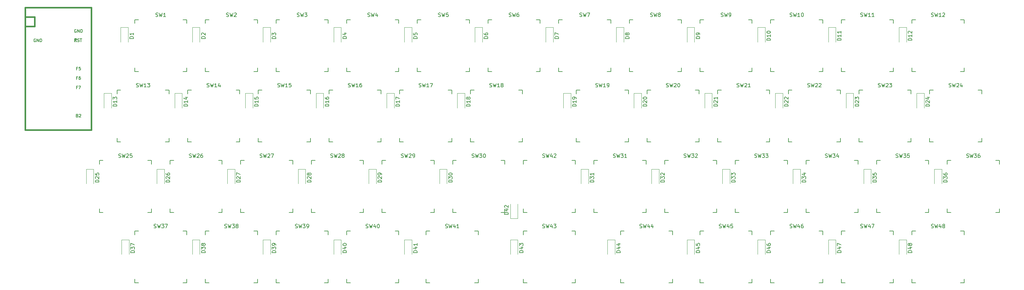
<source format=gbr>
%TF.GenerationSoftware,KiCad,Pcbnew,(5.1.6-0-10_14)*%
%TF.CreationDate,2020-06-18T08:21:16+08:00*%
%TF.ProjectId,Charming,43686172-6d69-46e6-972e-6b696361645f,v1.0*%
%TF.SameCoordinates,Original*%
%TF.FileFunction,Legend,Top*%
%TF.FilePolarity,Positive*%
%FSLAX46Y46*%
G04 Gerber Fmt 4.6, Leading zero omitted, Abs format (unit mm)*
G04 Created by KiCad (PCBNEW (5.1.6-0-10_14)) date 2020-06-18 08:21:16*
%MOMM*%
%LPD*%
G01*
G04 APERTURE LIST*
%ADD10C,0.381000*%
%ADD11C,0.150000*%
%ADD12C,0.120000*%
G04 APERTURE END LIST*
D10*
%TO.C,U1*%
X21530000Y-66280000D02*
X18990000Y-66280000D01*
X18990000Y-63740000D02*
X18990000Y-66280000D01*
X36770000Y-63740000D02*
X18990000Y-63740000D01*
X36770000Y-66280000D02*
X36770000Y-63740000D01*
D11*
G36*
X32811568Y-72759360D02*
G01*
X32811568Y-72959360D01*
X32711568Y-72959360D01*
X32711568Y-72759360D01*
X32811568Y-72759360D01*
G37*
X32811568Y-72759360D02*
X32811568Y-72959360D01*
X32711568Y-72959360D01*
X32711568Y-72759360D01*
X32811568Y-72759360D01*
G36*
X32411568Y-72159360D02*
G01*
X32411568Y-72959360D01*
X32311568Y-72959360D01*
X32311568Y-72159360D01*
X32411568Y-72159360D01*
G37*
X32411568Y-72159360D02*
X32411568Y-72959360D01*
X32311568Y-72959360D01*
X32311568Y-72159360D01*
X32411568Y-72159360D01*
G36*
X32811568Y-72159360D02*
G01*
X32811568Y-72259360D01*
X32311568Y-72259360D01*
X32311568Y-72159360D01*
X32811568Y-72159360D01*
G37*
X32811568Y-72159360D02*
X32811568Y-72259360D01*
X32311568Y-72259360D01*
X32311568Y-72159360D01*
X32811568Y-72159360D01*
G36*
X32611568Y-72559360D02*
G01*
X32611568Y-72659360D01*
X32511568Y-72659360D01*
X32511568Y-72559360D01*
X32611568Y-72559360D01*
G37*
X32611568Y-72559360D02*
X32611568Y-72659360D01*
X32511568Y-72659360D01*
X32511568Y-72559360D01*
X32611568Y-72559360D01*
G36*
X32811568Y-72159360D02*
G01*
X32811568Y-72459360D01*
X32711568Y-72459360D01*
X32711568Y-72159360D01*
X32811568Y-72159360D01*
G37*
X32811568Y-72159360D02*
X32811568Y-72459360D01*
X32711568Y-72459360D01*
X32711568Y-72159360D01*
X32811568Y-72159360D01*
D10*
X21530000Y-68820000D02*
X18990000Y-68820000D01*
X21530000Y-66280000D02*
X21530000Y-68820000D01*
X36770000Y-96760000D02*
X36770000Y-66280000D01*
X18990000Y-96760000D02*
X36770000Y-96760000D01*
X18990000Y-66280000D02*
X18990000Y-96760000D01*
D11*
%TO.C,SW33*%
X209960000Y-106000000D02*
X209960000Y-105000000D01*
X209960000Y-119000000D02*
X210960000Y-119000000D01*
X210960000Y-105000000D02*
X209960000Y-105000000D01*
X209960000Y-119000000D02*
X209960000Y-118000000D01*
X223960000Y-118000000D02*
X223960000Y-119000000D01*
X223960000Y-105000000D02*
X222960000Y-105000000D01*
X222960000Y-119000000D02*
X223960000Y-119000000D01*
X223960000Y-105000000D02*
X223960000Y-106000000D01*
%TO.C,SW48*%
X257460000Y-125000000D02*
X257460000Y-124000000D01*
X257460000Y-138000000D02*
X258460000Y-138000000D01*
X258460000Y-124000000D02*
X257460000Y-124000000D01*
X257460000Y-138000000D02*
X257460000Y-137000000D01*
X271460000Y-137000000D02*
X271460000Y-138000000D01*
X271460000Y-124000000D02*
X270460000Y-124000000D01*
X270460000Y-138000000D02*
X271460000Y-138000000D01*
X271460000Y-124000000D02*
X271460000Y-125000000D01*
%TO.C,SW47*%
X238460000Y-125000000D02*
X238460000Y-124000000D01*
X238460000Y-138000000D02*
X239460000Y-138000000D01*
X239460000Y-124000000D02*
X238460000Y-124000000D01*
X238460000Y-138000000D02*
X238460000Y-137000000D01*
X252460000Y-137000000D02*
X252460000Y-138000000D01*
X252460000Y-124000000D02*
X251460000Y-124000000D01*
X251460000Y-138000000D02*
X252460000Y-138000000D01*
X252460000Y-124000000D02*
X252460000Y-125000000D01*
%TO.C,SW46*%
X219460000Y-125000000D02*
X219460000Y-124000000D01*
X219460000Y-138000000D02*
X220460000Y-138000000D01*
X220460000Y-124000000D02*
X219460000Y-124000000D01*
X219460000Y-138000000D02*
X219460000Y-137000000D01*
X233460000Y-137000000D02*
X233460000Y-138000000D01*
X233460000Y-124000000D02*
X232460000Y-124000000D01*
X232460000Y-138000000D02*
X233460000Y-138000000D01*
X233460000Y-124000000D02*
X233460000Y-125000000D01*
%TO.C,SW45*%
X200460000Y-125000000D02*
X200460000Y-124000000D01*
X200460000Y-138000000D02*
X201460000Y-138000000D01*
X201460000Y-124000000D02*
X200460000Y-124000000D01*
X200460000Y-138000000D02*
X200460000Y-137000000D01*
X214460000Y-137000000D02*
X214460000Y-138000000D01*
X214460000Y-124000000D02*
X213460000Y-124000000D01*
X213460000Y-138000000D02*
X214460000Y-138000000D01*
X214460000Y-124000000D02*
X214460000Y-125000000D01*
%TO.C,SW44*%
X179085000Y-125000000D02*
X179085000Y-124000000D01*
X179085000Y-138000000D02*
X180085000Y-138000000D01*
X180085000Y-124000000D02*
X179085000Y-124000000D01*
X179085000Y-138000000D02*
X179085000Y-137000000D01*
X193085000Y-137000000D02*
X193085000Y-138000000D01*
X193085000Y-124000000D02*
X192085000Y-124000000D01*
X192085000Y-138000000D02*
X193085000Y-138000000D01*
X193085000Y-124000000D02*
X193085000Y-125000000D01*
%TO.C,SW43*%
X152960000Y-125000000D02*
X152960000Y-124000000D01*
X152960000Y-138000000D02*
X153960000Y-138000000D01*
X153960000Y-124000000D02*
X152960000Y-124000000D01*
X152960000Y-138000000D02*
X152960000Y-137000000D01*
X166960000Y-137000000D02*
X166960000Y-138000000D01*
X166960000Y-124000000D02*
X165960000Y-124000000D01*
X165960000Y-138000000D02*
X166960000Y-138000000D01*
X166960000Y-124000000D02*
X166960000Y-125000000D01*
%TO.C,SW42*%
X152960000Y-106000000D02*
X152960000Y-105000000D01*
X152960000Y-119000000D02*
X153960000Y-119000000D01*
X153960000Y-105000000D02*
X152960000Y-105000000D01*
X152960000Y-119000000D02*
X152960000Y-118000000D01*
X166960000Y-118000000D02*
X166960000Y-119000000D01*
X166960000Y-105000000D02*
X165960000Y-105000000D01*
X165960000Y-119000000D02*
X166960000Y-119000000D01*
X166960000Y-105000000D02*
X166960000Y-106000000D01*
%TO.C,SW41*%
X126835000Y-125000000D02*
X126835000Y-124000000D01*
X126835000Y-138000000D02*
X127835000Y-138000000D01*
X127835000Y-124000000D02*
X126835000Y-124000000D01*
X126835000Y-138000000D02*
X126835000Y-137000000D01*
X140835000Y-137000000D02*
X140835000Y-138000000D01*
X140835000Y-124000000D02*
X139835000Y-124000000D01*
X139835000Y-138000000D02*
X140835000Y-138000000D01*
X140835000Y-124000000D02*
X140835000Y-125000000D01*
%TO.C,SW40*%
X105460000Y-125000000D02*
X105460000Y-124000000D01*
X105460000Y-138000000D02*
X106460000Y-138000000D01*
X106460000Y-124000000D02*
X105460000Y-124000000D01*
X105460000Y-138000000D02*
X105460000Y-137000000D01*
X119460000Y-137000000D02*
X119460000Y-138000000D01*
X119460000Y-124000000D02*
X118460000Y-124000000D01*
X118460000Y-138000000D02*
X119460000Y-138000000D01*
X119460000Y-124000000D02*
X119460000Y-125000000D01*
%TO.C,SW39*%
X86460000Y-125000000D02*
X86460000Y-124000000D01*
X86460000Y-138000000D02*
X87460000Y-138000000D01*
X87460000Y-124000000D02*
X86460000Y-124000000D01*
X86460000Y-138000000D02*
X86460000Y-137000000D01*
X100460000Y-137000000D02*
X100460000Y-138000000D01*
X100460000Y-124000000D02*
X99460000Y-124000000D01*
X99460000Y-138000000D02*
X100460000Y-138000000D01*
X100460000Y-124000000D02*
X100460000Y-125000000D01*
%TO.C,SW38*%
X67460000Y-125000000D02*
X67460000Y-124000000D01*
X67460000Y-138000000D02*
X68460000Y-138000000D01*
X68460000Y-124000000D02*
X67460000Y-124000000D01*
X67460000Y-138000000D02*
X67460000Y-137000000D01*
X81460000Y-137000000D02*
X81460000Y-138000000D01*
X81460000Y-124000000D02*
X80460000Y-124000000D01*
X80460000Y-138000000D02*
X81460000Y-138000000D01*
X81460000Y-124000000D02*
X81460000Y-125000000D01*
%TO.C,SW37*%
X48460000Y-125000000D02*
X48460000Y-124000000D01*
X48460000Y-138000000D02*
X49460000Y-138000000D01*
X49460000Y-124000000D02*
X48460000Y-124000000D01*
X48460000Y-138000000D02*
X48460000Y-137000000D01*
X62460000Y-137000000D02*
X62460000Y-138000000D01*
X62460000Y-124000000D02*
X61460000Y-124000000D01*
X61460000Y-138000000D02*
X62460000Y-138000000D01*
X62460000Y-124000000D02*
X62460000Y-125000000D01*
%TO.C,SW36*%
X266960000Y-106000000D02*
X266960000Y-105000000D01*
X266960000Y-119000000D02*
X267960000Y-119000000D01*
X267960000Y-105000000D02*
X266960000Y-105000000D01*
X266960000Y-119000000D02*
X266960000Y-118000000D01*
X280960000Y-118000000D02*
X280960000Y-119000000D01*
X280960000Y-105000000D02*
X279960000Y-105000000D01*
X279960000Y-119000000D02*
X280960000Y-119000000D01*
X280960000Y-105000000D02*
X280960000Y-106000000D01*
%TO.C,SW35*%
X247960000Y-106000000D02*
X247960000Y-105000000D01*
X247960000Y-119000000D02*
X248960000Y-119000000D01*
X248960000Y-105000000D02*
X247960000Y-105000000D01*
X247960000Y-119000000D02*
X247960000Y-118000000D01*
X261960000Y-118000000D02*
X261960000Y-119000000D01*
X261960000Y-105000000D02*
X260960000Y-105000000D01*
X260960000Y-119000000D02*
X261960000Y-119000000D01*
X261960000Y-105000000D02*
X261960000Y-106000000D01*
%TO.C,SW34*%
X228960000Y-106000000D02*
X228960000Y-105000000D01*
X228960000Y-119000000D02*
X229960000Y-119000000D01*
X229960000Y-105000000D02*
X228960000Y-105000000D01*
X228960000Y-119000000D02*
X228960000Y-118000000D01*
X242960000Y-118000000D02*
X242960000Y-119000000D01*
X242960000Y-105000000D02*
X241960000Y-105000000D01*
X241960000Y-119000000D02*
X242960000Y-119000000D01*
X242960000Y-105000000D02*
X242960000Y-106000000D01*
%TO.C,SW32*%
X190960000Y-106000000D02*
X190960000Y-105000000D01*
X190960000Y-119000000D02*
X191960000Y-119000000D01*
X191960000Y-105000000D02*
X190960000Y-105000000D01*
X190960000Y-119000000D02*
X190960000Y-118000000D01*
X204960000Y-118000000D02*
X204960000Y-119000000D01*
X204960000Y-105000000D02*
X203960000Y-105000000D01*
X203960000Y-119000000D02*
X204960000Y-119000000D01*
X204960000Y-105000000D02*
X204960000Y-106000000D01*
%TO.C,SW31*%
X171960000Y-106000000D02*
X171960000Y-105000000D01*
X171960000Y-119000000D02*
X172960000Y-119000000D01*
X172960000Y-105000000D02*
X171960000Y-105000000D01*
X171960000Y-119000000D02*
X171960000Y-118000000D01*
X185960000Y-118000000D02*
X185960000Y-119000000D01*
X185960000Y-105000000D02*
X184960000Y-105000000D01*
X184960000Y-119000000D02*
X185960000Y-119000000D01*
X185960000Y-105000000D02*
X185960000Y-106000000D01*
%TO.C,SW30*%
X133960000Y-106000000D02*
X133960000Y-105000000D01*
X133960000Y-119000000D02*
X134960000Y-119000000D01*
X134960000Y-105000000D02*
X133960000Y-105000000D01*
X133960000Y-119000000D02*
X133960000Y-118000000D01*
X147960000Y-118000000D02*
X147960000Y-119000000D01*
X147960000Y-105000000D02*
X146960000Y-105000000D01*
X146960000Y-119000000D02*
X147960000Y-119000000D01*
X147960000Y-105000000D02*
X147960000Y-106000000D01*
%TO.C,SW29*%
X114960000Y-106000000D02*
X114960000Y-105000000D01*
X114960000Y-119000000D02*
X115960000Y-119000000D01*
X115960000Y-105000000D02*
X114960000Y-105000000D01*
X114960000Y-119000000D02*
X114960000Y-118000000D01*
X128960000Y-118000000D02*
X128960000Y-119000000D01*
X128960000Y-105000000D02*
X127960000Y-105000000D01*
X127960000Y-119000000D02*
X128960000Y-119000000D01*
X128960000Y-105000000D02*
X128960000Y-106000000D01*
%TO.C,SW28*%
X95960000Y-106000000D02*
X95960000Y-105000000D01*
X95960000Y-119000000D02*
X96960000Y-119000000D01*
X96960000Y-105000000D02*
X95960000Y-105000000D01*
X95960000Y-119000000D02*
X95960000Y-118000000D01*
X109960000Y-118000000D02*
X109960000Y-119000000D01*
X109960000Y-105000000D02*
X108960000Y-105000000D01*
X108960000Y-119000000D02*
X109960000Y-119000000D01*
X109960000Y-105000000D02*
X109960000Y-106000000D01*
%TO.C,SW27*%
X76960000Y-106000000D02*
X76960000Y-105000000D01*
X76960000Y-119000000D02*
X77960000Y-119000000D01*
X77960000Y-105000000D02*
X76960000Y-105000000D01*
X76960000Y-119000000D02*
X76960000Y-118000000D01*
X90960000Y-118000000D02*
X90960000Y-119000000D01*
X90960000Y-105000000D02*
X89960000Y-105000000D01*
X89960000Y-119000000D02*
X90960000Y-119000000D01*
X90960000Y-105000000D02*
X90960000Y-106000000D01*
%TO.C,SW26*%
X57960000Y-106000000D02*
X57960000Y-105000000D01*
X57960000Y-119000000D02*
X58960000Y-119000000D01*
X58960000Y-105000000D02*
X57960000Y-105000000D01*
X57960000Y-119000000D02*
X57960000Y-118000000D01*
X71960000Y-118000000D02*
X71960000Y-119000000D01*
X71960000Y-105000000D02*
X70960000Y-105000000D01*
X70960000Y-119000000D02*
X71960000Y-119000000D01*
X71960000Y-105000000D02*
X71960000Y-106000000D01*
%TO.C,SW25*%
X38960000Y-106000000D02*
X38960000Y-105000000D01*
X38960000Y-119000000D02*
X39960000Y-119000000D01*
X39960000Y-105000000D02*
X38960000Y-105000000D01*
X38960000Y-119000000D02*
X38960000Y-118000000D01*
X52960000Y-118000000D02*
X52960000Y-119000000D01*
X52960000Y-105000000D02*
X51960000Y-105000000D01*
X51960000Y-119000000D02*
X52960000Y-119000000D01*
X52960000Y-105000000D02*
X52960000Y-106000000D01*
%TO.C,SW24*%
X262210000Y-87000000D02*
X262210000Y-86000000D01*
X262210000Y-100000000D02*
X263210000Y-100000000D01*
X263210000Y-86000000D02*
X262210000Y-86000000D01*
X262210000Y-100000000D02*
X262210000Y-99000000D01*
X276210000Y-99000000D02*
X276210000Y-100000000D01*
X276210000Y-86000000D02*
X275210000Y-86000000D01*
X275210000Y-100000000D02*
X276210000Y-100000000D01*
X276210000Y-86000000D02*
X276210000Y-87000000D01*
%TO.C,SW23*%
X243210000Y-87000000D02*
X243210000Y-86000000D01*
X243210000Y-100000000D02*
X244210000Y-100000000D01*
X244210000Y-86000000D02*
X243210000Y-86000000D01*
X243210000Y-100000000D02*
X243210000Y-99000000D01*
X257210000Y-99000000D02*
X257210000Y-100000000D01*
X257210000Y-86000000D02*
X256210000Y-86000000D01*
X256210000Y-100000000D02*
X257210000Y-100000000D01*
X257210000Y-86000000D02*
X257210000Y-87000000D01*
%TO.C,SW22*%
X224210000Y-87000000D02*
X224210000Y-86000000D01*
X224210000Y-100000000D02*
X225210000Y-100000000D01*
X225210000Y-86000000D02*
X224210000Y-86000000D01*
X224210000Y-100000000D02*
X224210000Y-99000000D01*
X238210000Y-99000000D02*
X238210000Y-100000000D01*
X238210000Y-86000000D02*
X237210000Y-86000000D01*
X237210000Y-100000000D02*
X238210000Y-100000000D01*
X238210000Y-86000000D02*
X238210000Y-87000000D01*
%TO.C,SW21*%
X205210000Y-87000000D02*
X205210000Y-86000000D01*
X205210000Y-100000000D02*
X206210000Y-100000000D01*
X206210000Y-86000000D02*
X205210000Y-86000000D01*
X205210000Y-100000000D02*
X205210000Y-99000000D01*
X219210000Y-99000000D02*
X219210000Y-100000000D01*
X219210000Y-86000000D02*
X218210000Y-86000000D01*
X218210000Y-100000000D02*
X219210000Y-100000000D01*
X219210000Y-86000000D02*
X219210000Y-87000000D01*
%TO.C,SW20*%
X186210000Y-87000000D02*
X186210000Y-86000000D01*
X186210000Y-100000000D02*
X187210000Y-100000000D01*
X187210000Y-86000000D02*
X186210000Y-86000000D01*
X186210000Y-100000000D02*
X186210000Y-99000000D01*
X200210000Y-99000000D02*
X200210000Y-100000000D01*
X200210000Y-86000000D02*
X199210000Y-86000000D01*
X199210000Y-100000000D02*
X200210000Y-100000000D01*
X200210000Y-86000000D02*
X200210000Y-87000000D01*
%TO.C,SW19*%
X167210000Y-87000000D02*
X167210000Y-86000000D01*
X167210000Y-100000000D02*
X168210000Y-100000000D01*
X168210000Y-86000000D02*
X167210000Y-86000000D01*
X167210000Y-100000000D02*
X167210000Y-99000000D01*
X181210000Y-99000000D02*
X181210000Y-100000000D01*
X181210000Y-86000000D02*
X180210000Y-86000000D01*
X180210000Y-100000000D02*
X181210000Y-100000000D01*
X181210000Y-86000000D02*
X181210000Y-87000000D01*
%TO.C,SW18*%
X138710000Y-87000000D02*
X138710000Y-86000000D01*
X138710000Y-100000000D02*
X139710000Y-100000000D01*
X139710000Y-86000000D02*
X138710000Y-86000000D01*
X138710000Y-100000000D02*
X138710000Y-99000000D01*
X152710000Y-99000000D02*
X152710000Y-100000000D01*
X152710000Y-86000000D02*
X151710000Y-86000000D01*
X151710000Y-100000000D02*
X152710000Y-100000000D01*
X152710000Y-86000000D02*
X152710000Y-87000000D01*
%TO.C,SW17*%
X119710000Y-87000000D02*
X119710000Y-86000000D01*
X119710000Y-100000000D02*
X120710000Y-100000000D01*
X120710000Y-86000000D02*
X119710000Y-86000000D01*
X119710000Y-100000000D02*
X119710000Y-99000000D01*
X133710000Y-99000000D02*
X133710000Y-100000000D01*
X133710000Y-86000000D02*
X132710000Y-86000000D01*
X132710000Y-100000000D02*
X133710000Y-100000000D01*
X133710000Y-86000000D02*
X133710000Y-87000000D01*
%TO.C,SW16*%
X100710000Y-87000000D02*
X100710000Y-86000000D01*
X100710000Y-100000000D02*
X101710000Y-100000000D01*
X101710000Y-86000000D02*
X100710000Y-86000000D01*
X100710000Y-100000000D02*
X100710000Y-99000000D01*
X114710000Y-99000000D02*
X114710000Y-100000000D01*
X114710000Y-86000000D02*
X113710000Y-86000000D01*
X113710000Y-100000000D02*
X114710000Y-100000000D01*
X114710000Y-86000000D02*
X114710000Y-87000000D01*
%TO.C,SW15*%
X81710000Y-87000000D02*
X81710000Y-86000000D01*
X81710000Y-100000000D02*
X82710000Y-100000000D01*
X82710000Y-86000000D02*
X81710000Y-86000000D01*
X81710000Y-100000000D02*
X81710000Y-99000000D01*
X95710000Y-99000000D02*
X95710000Y-100000000D01*
X95710000Y-86000000D02*
X94710000Y-86000000D01*
X94710000Y-100000000D02*
X95710000Y-100000000D01*
X95710000Y-86000000D02*
X95710000Y-87000000D01*
%TO.C,SW14*%
X62710000Y-87000000D02*
X62710000Y-86000000D01*
X62710000Y-100000000D02*
X63710000Y-100000000D01*
X63710000Y-86000000D02*
X62710000Y-86000000D01*
X62710000Y-100000000D02*
X62710000Y-99000000D01*
X76710000Y-99000000D02*
X76710000Y-100000000D01*
X76710000Y-86000000D02*
X75710000Y-86000000D01*
X75710000Y-100000000D02*
X76710000Y-100000000D01*
X76710000Y-86000000D02*
X76710000Y-87000000D01*
%TO.C,SW13*%
X43710000Y-87000000D02*
X43710000Y-86000000D01*
X43710000Y-100000000D02*
X44710000Y-100000000D01*
X44710000Y-86000000D02*
X43710000Y-86000000D01*
X43710000Y-100000000D02*
X43710000Y-99000000D01*
X57710000Y-99000000D02*
X57710000Y-100000000D01*
X57710000Y-86000000D02*
X56710000Y-86000000D01*
X56710000Y-100000000D02*
X57710000Y-100000000D01*
X57710000Y-86000000D02*
X57710000Y-87000000D01*
%TO.C,SW12*%
X257460000Y-68000000D02*
X257460000Y-67000000D01*
X257460000Y-81000000D02*
X258460000Y-81000000D01*
X258460000Y-67000000D02*
X257460000Y-67000000D01*
X257460000Y-81000000D02*
X257460000Y-80000000D01*
X271460000Y-80000000D02*
X271460000Y-81000000D01*
X271460000Y-67000000D02*
X270460000Y-67000000D01*
X270460000Y-81000000D02*
X271460000Y-81000000D01*
X271460000Y-67000000D02*
X271460000Y-68000000D01*
%TO.C,SW11*%
X238460000Y-68000000D02*
X238460000Y-67000000D01*
X238460000Y-81000000D02*
X239460000Y-81000000D01*
X239460000Y-67000000D02*
X238460000Y-67000000D01*
X238460000Y-81000000D02*
X238460000Y-80000000D01*
X252460000Y-80000000D02*
X252460000Y-81000000D01*
X252460000Y-67000000D02*
X251460000Y-67000000D01*
X251460000Y-81000000D02*
X252460000Y-81000000D01*
X252460000Y-67000000D02*
X252460000Y-68000000D01*
%TO.C,SW10*%
X219460000Y-68000000D02*
X219460000Y-67000000D01*
X219460000Y-81000000D02*
X220460000Y-81000000D01*
X220460000Y-67000000D02*
X219460000Y-67000000D01*
X219460000Y-81000000D02*
X219460000Y-80000000D01*
X233460000Y-80000000D02*
X233460000Y-81000000D01*
X233460000Y-67000000D02*
X232460000Y-67000000D01*
X232460000Y-81000000D02*
X233460000Y-81000000D01*
X233460000Y-67000000D02*
X233460000Y-68000000D01*
%TO.C,SW9*%
X200460000Y-68000000D02*
X200460000Y-67000000D01*
X200460000Y-81000000D02*
X201460000Y-81000000D01*
X201460000Y-67000000D02*
X200460000Y-67000000D01*
X200460000Y-81000000D02*
X200460000Y-80000000D01*
X214460000Y-80000000D02*
X214460000Y-81000000D01*
X214460000Y-67000000D02*
X213460000Y-67000000D01*
X213460000Y-81000000D02*
X214460000Y-81000000D01*
X214460000Y-67000000D02*
X214460000Y-68000000D01*
%TO.C,SW8*%
X181460000Y-68000000D02*
X181460000Y-67000000D01*
X181460000Y-81000000D02*
X182460000Y-81000000D01*
X182460000Y-67000000D02*
X181460000Y-67000000D01*
X181460000Y-81000000D02*
X181460000Y-80000000D01*
X195460000Y-80000000D02*
X195460000Y-81000000D01*
X195460000Y-67000000D02*
X194460000Y-67000000D01*
X194460000Y-81000000D02*
X195460000Y-81000000D01*
X195460000Y-67000000D02*
X195460000Y-68000000D01*
%TO.C,SW7*%
X162460000Y-68000000D02*
X162460000Y-67000000D01*
X162460000Y-81000000D02*
X163460000Y-81000000D01*
X163460000Y-67000000D02*
X162460000Y-67000000D01*
X162460000Y-81000000D02*
X162460000Y-80000000D01*
X176460000Y-80000000D02*
X176460000Y-81000000D01*
X176460000Y-67000000D02*
X175460000Y-67000000D01*
X175460000Y-81000000D02*
X176460000Y-81000000D01*
X176460000Y-67000000D02*
X176460000Y-68000000D01*
%TO.C,SW6*%
X143460000Y-68000000D02*
X143460000Y-67000000D01*
X143460000Y-81000000D02*
X144460000Y-81000000D01*
X144460000Y-67000000D02*
X143460000Y-67000000D01*
X143460000Y-81000000D02*
X143460000Y-80000000D01*
X157460000Y-80000000D02*
X157460000Y-81000000D01*
X157460000Y-67000000D02*
X156460000Y-67000000D01*
X156460000Y-81000000D02*
X157460000Y-81000000D01*
X157460000Y-67000000D02*
X157460000Y-68000000D01*
%TO.C,SW5*%
X124460000Y-68000000D02*
X124460000Y-67000000D01*
X124460000Y-81000000D02*
X125460000Y-81000000D01*
X125460000Y-67000000D02*
X124460000Y-67000000D01*
X124460000Y-81000000D02*
X124460000Y-80000000D01*
X138460000Y-80000000D02*
X138460000Y-81000000D01*
X138460000Y-67000000D02*
X137460000Y-67000000D01*
X137460000Y-81000000D02*
X138460000Y-81000000D01*
X138460000Y-67000000D02*
X138460000Y-68000000D01*
%TO.C,SW4*%
X105460000Y-68000000D02*
X105460000Y-67000000D01*
X105460000Y-81000000D02*
X106460000Y-81000000D01*
X106460000Y-67000000D02*
X105460000Y-67000000D01*
X105460000Y-81000000D02*
X105460000Y-80000000D01*
X119460000Y-80000000D02*
X119460000Y-81000000D01*
X119460000Y-67000000D02*
X118460000Y-67000000D01*
X118460000Y-81000000D02*
X119460000Y-81000000D01*
X119460000Y-67000000D02*
X119460000Y-68000000D01*
%TO.C,SW3*%
X86460000Y-68000000D02*
X86460000Y-67000000D01*
X86460000Y-81000000D02*
X87460000Y-81000000D01*
X87460000Y-67000000D02*
X86460000Y-67000000D01*
X86460000Y-81000000D02*
X86460000Y-80000000D01*
X100460000Y-80000000D02*
X100460000Y-81000000D01*
X100460000Y-67000000D02*
X99460000Y-67000000D01*
X99460000Y-81000000D02*
X100460000Y-81000000D01*
X100460000Y-67000000D02*
X100460000Y-68000000D01*
%TO.C,SW2*%
X67460000Y-68000000D02*
X67460000Y-67000000D01*
X67460000Y-81000000D02*
X68460000Y-81000000D01*
X68460000Y-67000000D02*
X67460000Y-67000000D01*
X67460000Y-81000000D02*
X67460000Y-80000000D01*
X81460000Y-80000000D02*
X81460000Y-81000000D01*
X81460000Y-67000000D02*
X80460000Y-67000000D01*
X80460000Y-81000000D02*
X81460000Y-81000000D01*
X81460000Y-67000000D02*
X81460000Y-68000000D01*
%TO.C,SW1*%
X48460000Y-68000000D02*
X48460000Y-67000000D01*
X48460000Y-81000000D02*
X49460000Y-81000000D01*
X49460000Y-67000000D02*
X48460000Y-67000000D01*
X48460000Y-81000000D02*
X48460000Y-80000000D01*
X62460000Y-80000000D02*
X62460000Y-81000000D01*
X62460000Y-67000000D02*
X61460000Y-67000000D01*
X61460000Y-81000000D02*
X62460000Y-81000000D01*
X62460000Y-67000000D02*
X62460000Y-68000000D01*
D12*
%TO.C,D48*%
X255960000Y-126375000D02*
X253960000Y-126375000D01*
X253960000Y-126375000D02*
X253960000Y-130275000D01*
X255960000Y-126375000D02*
X255960000Y-130275000D01*
%TO.C,D47*%
X236960000Y-126375000D02*
X234960000Y-126375000D01*
X234960000Y-126375000D02*
X234960000Y-130275000D01*
X236960000Y-126375000D02*
X236960000Y-130275000D01*
%TO.C,D46*%
X217960000Y-126375000D02*
X215960000Y-126375000D01*
X215960000Y-126375000D02*
X215960000Y-130275000D01*
X217960000Y-126375000D02*
X217960000Y-130275000D01*
%TO.C,D45*%
X198960000Y-126375000D02*
X196960000Y-126375000D01*
X196960000Y-126375000D02*
X196960000Y-130275000D01*
X198960000Y-126375000D02*
X198960000Y-130275000D01*
%TO.C,D44*%
X177585000Y-126375000D02*
X175585000Y-126375000D01*
X175585000Y-126375000D02*
X175585000Y-130275000D01*
X177585000Y-126375000D02*
X177585000Y-130275000D01*
%TO.C,D43*%
X151460000Y-126375000D02*
X149460000Y-126375000D01*
X149460000Y-126375000D02*
X149460000Y-130275000D01*
X151460000Y-126375000D02*
X151460000Y-130275000D01*
%TO.C,D42*%
X149460000Y-120600000D02*
X151460000Y-120600000D01*
X151460000Y-120600000D02*
X151460000Y-116700000D01*
X149460000Y-120600000D02*
X149460000Y-116700000D01*
%TO.C,D41*%
X122960000Y-126375000D02*
X120960000Y-126375000D01*
X120960000Y-126375000D02*
X120960000Y-130275000D01*
X122960000Y-126375000D02*
X122960000Y-130275000D01*
%TO.C,D40*%
X103960000Y-126375000D02*
X101960000Y-126375000D01*
X101960000Y-126375000D02*
X101960000Y-130275000D01*
X103960000Y-126375000D02*
X103960000Y-130275000D01*
%TO.C,D39*%
X84960000Y-126375000D02*
X82960000Y-126375000D01*
X82960000Y-126375000D02*
X82960000Y-130275000D01*
X84960000Y-126375000D02*
X84960000Y-130275000D01*
%TO.C,D38*%
X65960000Y-126375000D02*
X63960000Y-126375000D01*
X63960000Y-126375000D02*
X63960000Y-130275000D01*
X65960000Y-126375000D02*
X65960000Y-130275000D01*
%TO.C,D37*%
X46960000Y-126375000D02*
X44960000Y-126375000D01*
X44960000Y-126375000D02*
X44960000Y-130275000D01*
X46960000Y-126375000D02*
X46960000Y-130275000D01*
%TO.C,D36*%
X265460000Y-107375000D02*
X263460000Y-107375000D01*
X263460000Y-107375000D02*
X263460000Y-111275000D01*
X265460000Y-107375000D02*
X265460000Y-111275000D01*
%TO.C,D35*%
X246460000Y-107375000D02*
X244460000Y-107375000D01*
X244460000Y-107375000D02*
X244460000Y-111275000D01*
X246460000Y-107375000D02*
X246460000Y-111275000D01*
%TO.C,D34*%
X227460000Y-107375000D02*
X225460000Y-107375000D01*
X225460000Y-107375000D02*
X225460000Y-111275000D01*
X227460000Y-107375000D02*
X227460000Y-111275000D01*
%TO.C,D33*%
X208460000Y-107375000D02*
X206460000Y-107375000D01*
X206460000Y-107375000D02*
X206460000Y-111275000D01*
X208460000Y-107375000D02*
X208460000Y-111275000D01*
%TO.C,D32*%
X189460000Y-107375000D02*
X187460000Y-107375000D01*
X187460000Y-107375000D02*
X187460000Y-111275000D01*
X189460000Y-107375000D02*
X189460000Y-111275000D01*
%TO.C,D31*%
X170460000Y-107375000D02*
X168460000Y-107375000D01*
X168460000Y-107375000D02*
X168460000Y-111275000D01*
X170460000Y-107375000D02*
X170460000Y-111275000D01*
%TO.C,D30*%
X132410000Y-107375000D02*
X130410000Y-107375000D01*
X130410000Y-107375000D02*
X130410000Y-111275000D01*
X132410000Y-107375000D02*
X132410000Y-111275000D01*
%TO.C,D29*%
X113410000Y-107375000D02*
X111410000Y-107375000D01*
X111410000Y-107375000D02*
X111410000Y-111275000D01*
X113410000Y-107375000D02*
X113410000Y-111275000D01*
%TO.C,D28*%
X94410000Y-107375000D02*
X92410000Y-107375000D01*
X92410000Y-107375000D02*
X92410000Y-111275000D01*
X94410000Y-107375000D02*
X94410000Y-111275000D01*
%TO.C,D27*%
X75410000Y-107375000D02*
X73410000Y-107375000D01*
X73410000Y-107375000D02*
X73410000Y-111275000D01*
X75410000Y-107375000D02*
X75410000Y-111275000D01*
%TO.C,D26*%
X56410000Y-107375000D02*
X54410000Y-107375000D01*
X54410000Y-107375000D02*
X54410000Y-111275000D01*
X56410000Y-107375000D02*
X56410000Y-111275000D01*
%TO.C,D25*%
X37410000Y-107375000D02*
X35410000Y-107375000D01*
X35410000Y-107375000D02*
X35410000Y-111275000D01*
X37410000Y-107375000D02*
X37410000Y-111275000D01*
%TO.C,D24*%
X260710000Y-86890000D02*
X258710000Y-86890000D01*
X258710000Y-86890000D02*
X258710000Y-90790000D01*
X260710000Y-86890000D02*
X260710000Y-90790000D01*
%TO.C,D23*%
X241710000Y-86890000D02*
X239710000Y-86890000D01*
X239710000Y-86890000D02*
X239710000Y-90790000D01*
X241710000Y-86890000D02*
X241710000Y-90790000D01*
%TO.C,D22*%
X222710000Y-86890000D02*
X220710000Y-86890000D01*
X220710000Y-86890000D02*
X220710000Y-90790000D01*
X222710000Y-86890000D02*
X222710000Y-90790000D01*
%TO.C,D21*%
X203710000Y-86890000D02*
X201710000Y-86890000D01*
X201710000Y-86890000D02*
X201710000Y-90790000D01*
X203710000Y-86890000D02*
X203710000Y-90790000D01*
%TO.C,D20*%
X184710000Y-86890000D02*
X182710000Y-86890000D01*
X182710000Y-86890000D02*
X182710000Y-90790000D01*
X184710000Y-86890000D02*
X184710000Y-90790000D01*
%TO.C,D19*%
X165710000Y-86890000D02*
X163710000Y-86890000D01*
X163710000Y-86890000D02*
X163710000Y-90790000D01*
X165710000Y-86890000D02*
X165710000Y-90790000D01*
%TO.C,D18*%
X137210000Y-86890000D02*
X135210000Y-86890000D01*
X135210000Y-86890000D02*
X135210000Y-90790000D01*
X137210000Y-86890000D02*
X137210000Y-90790000D01*
%TO.C,D17*%
X118210000Y-86890000D02*
X116210000Y-86890000D01*
X116210000Y-86890000D02*
X116210000Y-90790000D01*
X118210000Y-86890000D02*
X118210000Y-90790000D01*
%TO.C,D16*%
X99210000Y-86890000D02*
X97210000Y-86890000D01*
X97210000Y-86890000D02*
X97210000Y-90790000D01*
X99210000Y-86890000D02*
X99210000Y-90790000D01*
%TO.C,D15*%
X80210000Y-86890000D02*
X78210000Y-86890000D01*
X78210000Y-86890000D02*
X78210000Y-90790000D01*
X80210000Y-86890000D02*
X80210000Y-90790000D01*
%TO.C,D14*%
X61210000Y-86890000D02*
X59210000Y-86890000D01*
X59210000Y-86890000D02*
X59210000Y-90790000D01*
X61210000Y-86890000D02*
X61210000Y-90790000D01*
%TO.C,D13*%
X42210000Y-86890000D02*
X40210000Y-86890000D01*
X40210000Y-86890000D02*
X40210000Y-90790000D01*
X42210000Y-86890000D02*
X42210000Y-90790000D01*
%TO.C,D12*%
X255960000Y-69110000D02*
X253960000Y-69110000D01*
X253960000Y-69110000D02*
X253960000Y-73010000D01*
X255960000Y-69110000D02*
X255960000Y-73010000D01*
%TO.C,D11*%
X236960000Y-69110000D02*
X234960000Y-69110000D01*
X234960000Y-69110000D02*
X234960000Y-73010000D01*
X236960000Y-69110000D02*
X236960000Y-73010000D01*
%TO.C,D10*%
X217960000Y-69110000D02*
X215960000Y-69110000D01*
X215960000Y-69110000D02*
X215960000Y-73010000D01*
X217960000Y-69110000D02*
X217960000Y-73010000D01*
%TO.C,D9*%
X198960000Y-69110000D02*
X196960000Y-69110000D01*
X196960000Y-69110000D02*
X196960000Y-73010000D01*
X198960000Y-69110000D02*
X198960000Y-73010000D01*
%TO.C,D8*%
X179960000Y-69110000D02*
X177960000Y-69110000D01*
X177960000Y-69110000D02*
X177960000Y-73010000D01*
X179960000Y-69110000D02*
X179960000Y-73010000D01*
%TO.C,D7*%
X160960000Y-69110000D02*
X158960000Y-69110000D01*
X158960000Y-69110000D02*
X158960000Y-73010000D01*
X160960000Y-69110000D02*
X160960000Y-73010000D01*
%TO.C,D6*%
X141960000Y-69110000D02*
X139960000Y-69110000D01*
X139960000Y-69110000D02*
X139960000Y-73010000D01*
X141960000Y-69110000D02*
X141960000Y-73010000D01*
%TO.C,D5*%
X122960000Y-69110000D02*
X120960000Y-69110000D01*
X120960000Y-69110000D02*
X120960000Y-73010000D01*
X122960000Y-69110000D02*
X122960000Y-73010000D01*
%TO.C,D4*%
X103960000Y-69110000D02*
X101960000Y-69110000D01*
X101960000Y-69110000D02*
X101960000Y-73010000D01*
X103960000Y-69110000D02*
X103960000Y-73010000D01*
%TO.C,D3*%
X84960000Y-69110000D02*
X82960000Y-69110000D01*
X82960000Y-69110000D02*
X82960000Y-73010000D01*
X84960000Y-69110000D02*
X84960000Y-73010000D01*
%TO.C,D2*%
X65960000Y-69110000D02*
X63960000Y-69110000D01*
X63960000Y-69110000D02*
X63960000Y-73010000D01*
X65960000Y-69110000D02*
X65960000Y-73010000D01*
%TO.C,D1*%
X46660000Y-69110000D02*
X44660000Y-69110000D01*
X44660000Y-69110000D02*
X44660000Y-73010000D01*
X46660000Y-69110000D02*
X46660000Y-73010000D01*
%TO.C,U1*%
D11*
X33079786Y-72923809D02*
X33194072Y-72961904D01*
X33384548Y-72961904D01*
X33460739Y-72923809D01*
X33498834Y-72885714D01*
X33536929Y-72809523D01*
X33536929Y-72733333D01*
X33498834Y-72657142D01*
X33460739Y-72619047D01*
X33384548Y-72580952D01*
X33232167Y-72542857D01*
X33155977Y-72504761D01*
X33117881Y-72466666D01*
X33079786Y-72390476D01*
X33079786Y-72314285D01*
X33117881Y-72238095D01*
X33155977Y-72200000D01*
X33232167Y-72161904D01*
X33422643Y-72161904D01*
X33536929Y-72200000D01*
X33765500Y-72161904D02*
X34222643Y-72161904D01*
X33994072Y-72961904D02*
X33994072Y-72161904D01*
X21809476Y-72230000D02*
X21733285Y-72191904D01*
X21619000Y-72191904D01*
X21504714Y-72230000D01*
X21428523Y-72306190D01*
X21390428Y-72382380D01*
X21352333Y-72534761D01*
X21352333Y-72649047D01*
X21390428Y-72801428D01*
X21428523Y-72877619D01*
X21504714Y-72953809D01*
X21619000Y-72991904D01*
X21695190Y-72991904D01*
X21809476Y-72953809D01*
X21847571Y-72915714D01*
X21847571Y-72649047D01*
X21695190Y-72649047D01*
X22190428Y-72991904D02*
X22190428Y-72191904D01*
X22647571Y-72991904D01*
X22647571Y-72191904D01*
X23028523Y-72991904D02*
X23028523Y-72191904D01*
X23219000Y-72191904D01*
X23333285Y-72230000D01*
X23409476Y-72306190D01*
X23447571Y-72382380D01*
X23485666Y-72534761D01*
X23485666Y-72649047D01*
X23447571Y-72801428D01*
X23409476Y-72877619D01*
X23333285Y-72953809D01*
X23219000Y-72991904D01*
X23028523Y-72991904D01*
X33017190Y-92892857D02*
X33131476Y-92930952D01*
X33169571Y-92969047D01*
X33207666Y-93045238D01*
X33207666Y-93159523D01*
X33169571Y-93235714D01*
X33131476Y-93273809D01*
X33055285Y-93311904D01*
X32750523Y-93311904D01*
X32750523Y-92511904D01*
X33017190Y-92511904D01*
X33093380Y-92550000D01*
X33131476Y-92588095D01*
X33169571Y-92664285D01*
X33169571Y-92740476D01*
X33131476Y-92816666D01*
X33093380Y-92854761D01*
X33017190Y-92892857D01*
X32750523Y-92892857D01*
X33512428Y-92588095D02*
X33550523Y-92550000D01*
X33626714Y-92511904D01*
X33817190Y-92511904D01*
X33893380Y-92550000D01*
X33931476Y-92588095D01*
X33969571Y-92664285D01*
X33969571Y-92740476D01*
X33931476Y-92854761D01*
X33474333Y-93311904D01*
X33969571Y-93311904D01*
X33074333Y-85272857D02*
X32807666Y-85272857D01*
X32807666Y-85691904D02*
X32807666Y-84891904D01*
X33188619Y-84891904D01*
X33417190Y-84891904D02*
X33950523Y-84891904D01*
X33607666Y-85691904D01*
X33074333Y-82732857D02*
X32807666Y-82732857D01*
X32807666Y-83151904D02*
X32807666Y-82351904D01*
X33188619Y-82351904D01*
X33836238Y-82351904D02*
X33683857Y-82351904D01*
X33607666Y-82390000D01*
X33569571Y-82428095D01*
X33493380Y-82542380D01*
X33455285Y-82694761D01*
X33455285Y-82999523D01*
X33493380Y-83075714D01*
X33531476Y-83113809D01*
X33607666Y-83151904D01*
X33760047Y-83151904D01*
X33836238Y-83113809D01*
X33874333Y-83075714D01*
X33912428Y-82999523D01*
X33912428Y-82809047D01*
X33874333Y-82732857D01*
X33836238Y-82694761D01*
X33760047Y-82656666D01*
X33607666Y-82656666D01*
X33531476Y-82694761D01*
X33493380Y-82732857D01*
X33455285Y-82809047D01*
X33074333Y-80192857D02*
X32807666Y-80192857D01*
X32807666Y-80611904D02*
X32807666Y-79811904D01*
X33188619Y-79811904D01*
X33874333Y-79811904D02*
X33493380Y-79811904D01*
X33455285Y-80192857D01*
X33493380Y-80154761D01*
X33569571Y-80116666D01*
X33760047Y-80116666D01*
X33836238Y-80154761D01*
X33874333Y-80192857D01*
X33912428Y-80269047D01*
X33912428Y-80459523D01*
X33874333Y-80535714D01*
X33836238Y-80573809D01*
X33760047Y-80611904D01*
X33569571Y-80611904D01*
X33493380Y-80573809D01*
X33455285Y-80535714D01*
X33079786Y-72923809D02*
X33194072Y-72961904D01*
X33384548Y-72961904D01*
X33460739Y-72923809D01*
X33498834Y-72885714D01*
X33536929Y-72809523D01*
X33536929Y-72733333D01*
X33498834Y-72657142D01*
X33460739Y-72619047D01*
X33384548Y-72580952D01*
X33232167Y-72542857D01*
X33155977Y-72504761D01*
X33117881Y-72466666D01*
X33079786Y-72390476D01*
X33079786Y-72314285D01*
X33117881Y-72238095D01*
X33155977Y-72200000D01*
X33232167Y-72161904D01*
X33422643Y-72161904D01*
X33536929Y-72200000D01*
X33765500Y-72161904D02*
X34222643Y-72161904D01*
X33994072Y-72961904D02*
X33994072Y-72161904D01*
X32731476Y-69690000D02*
X32655285Y-69651904D01*
X32541000Y-69651904D01*
X32426714Y-69690000D01*
X32350523Y-69766190D01*
X32312428Y-69842380D01*
X32274333Y-69994761D01*
X32274333Y-70109047D01*
X32312428Y-70261428D01*
X32350523Y-70337619D01*
X32426714Y-70413809D01*
X32541000Y-70451904D01*
X32617190Y-70451904D01*
X32731476Y-70413809D01*
X32769571Y-70375714D01*
X32769571Y-70109047D01*
X32617190Y-70109047D01*
X33112428Y-70451904D02*
X33112428Y-69651904D01*
X33569571Y-70451904D01*
X33569571Y-69651904D01*
X33950523Y-70451904D02*
X33950523Y-69651904D01*
X34141000Y-69651904D01*
X34255285Y-69690000D01*
X34331476Y-69766190D01*
X34369571Y-69842380D01*
X34407666Y-69994761D01*
X34407666Y-70109047D01*
X34369571Y-70261428D01*
X34331476Y-70337619D01*
X34255285Y-70413809D01*
X34141000Y-70451904D01*
X33950523Y-70451904D01*
X33074333Y-80192857D02*
X32807666Y-80192857D01*
X32807666Y-80611904D02*
X32807666Y-79811904D01*
X33188619Y-79811904D01*
X33874333Y-79811904D02*
X33493380Y-79811904D01*
X33455285Y-80192857D01*
X33493380Y-80154761D01*
X33569571Y-80116666D01*
X33760047Y-80116666D01*
X33836238Y-80154761D01*
X33874333Y-80192857D01*
X33912428Y-80269047D01*
X33912428Y-80459523D01*
X33874333Y-80535714D01*
X33836238Y-80573809D01*
X33760047Y-80611904D01*
X33569571Y-80611904D01*
X33493380Y-80573809D01*
X33455285Y-80535714D01*
X33074333Y-82732857D02*
X32807666Y-82732857D01*
X32807666Y-83151904D02*
X32807666Y-82351904D01*
X33188619Y-82351904D01*
X33836238Y-82351904D02*
X33683857Y-82351904D01*
X33607666Y-82390000D01*
X33569571Y-82428095D01*
X33493380Y-82542380D01*
X33455285Y-82694761D01*
X33455285Y-82999523D01*
X33493380Y-83075714D01*
X33531476Y-83113809D01*
X33607666Y-83151904D01*
X33760047Y-83151904D01*
X33836238Y-83113809D01*
X33874333Y-83075714D01*
X33912428Y-82999523D01*
X33912428Y-82809047D01*
X33874333Y-82732857D01*
X33836238Y-82694761D01*
X33760047Y-82656666D01*
X33607666Y-82656666D01*
X33531476Y-82694761D01*
X33493380Y-82732857D01*
X33455285Y-82809047D01*
X33074333Y-85272857D02*
X32807666Y-85272857D01*
X32807666Y-85691904D02*
X32807666Y-84891904D01*
X33188619Y-84891904D01*
X33417190Y-84891904D02*
X33950523Y-84891904D01*
X33607666Y-85691904D01*
X33017190Y-92892857D02*
X33131476Y-92930952D01*
X33169571Y-92969047D01*
X33207666Y-93045238D01*
X33207666Y-93159523D01*
X33169571Y-93235714D01*
X33131476Y-93273809D01*
X33055285Y-93311904D01*
X32750523Y-93311904D01*
X32750523Y-92511904D01*
X33017190Y-92511904D01*
X33093380Y-92550000D01*
X33131476Y-92588095D01*
X33169571Y-92664285D01*
X33169571Y-92740476D01*
X33131476Y-92816666D01*
X33093380Y-92854761D01*
X33017190Y-92892857D01*
X32750523Y-92892857D01*
X33512428Y-92588095D02*
X33550523Y-92550000D01*
X33626714Y-92511904D01*
X33817190Y-92511904D01*
X33893380Y-92550000D01*
X33931476Y-92588095D01*
X33969571Y-92664285D01*
X33969571Y-92740476D01*
X33931476Y-92854761D01*
X33474333Y-93311904D01*
X33969571Y-93311904D01*
%TO.C,SW33*%
X215150476Y-104149761D02*
X215293333Y-104197380D01*
X215531428Y-104197380D01*
X215626666Y-104149761D01*
X215674285Y-104102142D01*
X215721904Y-104006904D01*
X215721904Y-103911666D01*
X215674285Y-103816428D01*
X215626666Y-103768809D01*
X215531428Y-103721190D01*
X215340952Y-103673571D01*
X215245714Y-103625952D01*
X215198095Y-103578333D01*
X215150476Y-103483095D01*
X215150476Y-103387857D01*
X215198095Y-103292619D01*
X215245714Y-103245000D01*
X215340952Y-103197380D01*
X215579047Y-103197380D01*
X215721904Y-103245000D01*
X216055238Y-103197380D02*
X216293333Y-104197380D01*
X216483809Y-103483095D01*
X216674285Y-104197380D01*
X216912380Y-103197380D01*
X217198095Y-103197380D02*
X217817142Y-103197380D01*
X217483809Y-103578333D01*
X217626666Y-103578333D01*
X217721904Y-103625952D01*
X217769523Y-103673571D01*
X217817142Y-103768809D01*
X217817142Y-104006904D01*
X217769523Y-104102142D01*
X217721904Y-104149761D01*
X217626666Y-104197380D01*
X217340952Y-104197380D01*
X217245714Y-104149761D01*
X217198095Y-104102142D01*
X218150476Y-103197380D02*
X218769523Y-103197380D01*
X218436190Y-103578333D01*
X218579047Y-103578333D01*
X218674285Y-103625952D01*
X218721904Y-103673571D01*
X218769523Y-103768809D01*
X218769523Y-104006904D01*
X218721904Y-104102142D01*
X218674285Y-104149761D01*
X218579047Y-104197380D01*
X218293333Y-104197380D01*
X218198095Y-104149761D01*
X218150476Y-104102142D01*
%TO.C,SW48*%
X262650476Y-123149761D02*
X262793333Y-123197380D01*
X263031428Y-123197380D01*
X263126666Y-123149761D01*
X263174285Y-123102142D01*
X263221904Y-123006904D01*
X263221904Y-122911666D01*
X263174285Y-122816428D01*
X263126666Y-122768809D01*
X263031428Y-122721190D01*
X262840952Y-122673571D01*
X262745714Y-122625952D01*
X262698095Y-122578333D01*
X262650476Y-122483095D01*
X262650476Y-122387857D01*
X262698095Y-122292619D01*
X262745714Y-122245000D01*
X262840952Y-122197380D01*
X263079047Y-122197380D01*
X263221904Y-122245000D01*
X263555238Y-122197380D02*
X263793333Y-123197380D01*
X263983809Y-122483095D01*
X264174285Y-123197380D01*
X264412380Y-122197380D01*
X265221904Y-122530714D02*
X265221904Y-123197380D01*
X264983809Y-122149761D02*
X264745714Y-122864047D01*
X265364761Y-122864047D01*
X265888571Y-122625952D02*
X265793333Y-122578333D01*
X265745714Y-122530714D01*
X265698095Y-122435476D01*
X265698095Y-122387857D01*
X265745714Y-122292619D01*
X265793333Y-122245000D01*
X265888571Y-122197380D01*
X266079047Y-122197380D01*
X266174285Y-122245000D01*
X266221904Y-122292619D01*
X266269523Y-122387857D01*
X266269523Y-122435476D01*
X266221904Y-122530714D01*
X266174285Y-122578333D01*
X266079047Y-122625952D01*
X265888571Y-122625952D01*
X265793333Y-122673571D01*
X265745714Y-122721190D01*
X265698095Y-122816428D01*
X265698095Y-123006904D01*
X265745714Y-123102142D01*
X265793333Y-123149761D01*
X265888571Y-123197380D01*
X266079047Y-123197380D01*
X266174285Y-123149761D01*
X266221904Y-123102142D01*
X266269523Y-123006904D01*
X266269523Y-122816428D01*
X266221904Y-122721190D01*
X266174285Y-122673571D01*
X266079047Y-122625952D01*
%TO.C,SW47*%
X243650476Y-123149761D02*
X243793333Y-123197380D01*
X244031428Y-123197380D01*
X244126666Y-123149761D01*
X244174285Y-123102142D01*
X244221904Y-123006904D01*
X244221904Y-122911666D01*
X244174285Y-122816428D01*
X244126666Y-122768809D01*
X244031428Y-122721190D01*
X243840952Y-122673571D01*
X243745714Y-122625952D01*
X243698095Y-122578333D01*
X243650476Y-122483095D01*
X243650476Y-122387857D01*
X243698095Y-122292619D01*
X243745714Y-122245000D01*
X243840952Y-122197380D01*
X244079047Y-122197380D01*
X244221904Y-122245000D01*
X244555238Y-122197380D02*
X244793333Y-123197380D01*
X244983809Y-122483095D01*
X245174285Y-123197380D01*
X245412380Y-122197380D01*
X246221904Y-122530714D02*
X246221904Y-123197380D01*
X245983809Y-122149761D02*
X245745714Y-122864047D01*
X246364761Y-122864047D01*
X246650476Y-122197380D02*
X247317142Y-122197380D01*
X246888571Y-123197380D01*
%TO.C,SW46*%
X224650476Y-123149761D02*
X224793333Y-123197380D01*
X225031428Y-123197380D01*
X225126666Y-123149761D01*
X225174285Y-123102142D01*
X225221904Y-123006904D01*
X225221904Y-122911666D01*
X225174285Y-122816428D01*
X225126666Y-122768809D01*
X225031428Y-122721190D01*
X224840952Y-122673571D01*
X224745714Y-122625952D01*
X224698095Y-122578333D01*
X224650476Y-122483095D01*
X224650476Y-122387857D01*
X224698095Y-122292619D01*
X224745714Y-122245000D01*
X224840952Y-122197380D01*
X225079047Y-122197380D01*
X225221904Y-122245000D01*
X225555238Y-122197380D02*
X225793333Y-123197380D01*
X225983809Y-122483095D01*
X226174285Y-123197380D01*
X226412380Y-122197380D01*
X227221904Y-122530714D02*
X227221904Y-123197380D01*
X226983809Y-122149761D02*
X226745714Y-122864047D01*
X227364761Y-122864047D01*
X228174285Y-122197380D02*
X227983809Y-122197380D01*
X227888571Y-122245000D01*
X227840952Y-122292619D01*
X227745714Y-122435476D01*
X227698095Y-122625952D01*
X227698095Y-123006904D01*
X227745714Y-123102142D01*
X227793333Y-123149761D01*
X227888571Y-123197380D01*
X228079047Y-123197380D01*
X228174285Y-123149761D01*
X228221904Y-123102142D01*
X228269523Y-123006904D01*
X228269523Y-122768809D01*
X228221904Y-122673571D01*
X228174285Y-122625952D01*
X228079047Y-122578333D01*
X227888571Y-122578333D01*
X227793333Y-122625952D01*
X227745714Y-122673571D01*
X227698095Y-122768809D01*
%TO.C,SW45*%
X205650476Y-123149761D02*
X205793333Y-123197380D01*
X206031428Y-123197380D01*
X206126666Y-123149761D01*
X206174285Y-123102142D01*
X206221904Y-123006904D01*
X206221904Y-122911666D01*
X206174285Y-122816428D01*
X206126666Y-122768809D01*
X206031428Y-122721190D01*
X205840952Y-122673571D01*
X205745714Y-122625952D01*
X205698095Y-122578333D01*
X205650476Y-122483095D01*
X205650476Y-122387857D01*
X205698095Y-122292619D01*
X205745714Y-122245000D01*
X205840952Y-122197380D01*
X206079047Y-122197380D01*
X206221904Y-122245000D01*
X206555238Y-122197380D02*
X206793333Y-123197380D01*
X206983809Y-122483095D01*
X207174285Y-123197380D01*
X207412380Y-122197380D01*
X208221904Y-122530714D02*
X208221904Y-123197380D01*
X207983809Y-122149761D02*
X207745714Y-122864047D01*
X208364761Y-122864047D01*
X209221904Y-122197380D02*
X208745714Y-122197380D01*
X208698095Y-122673571D01*
X208745714Y-122625952D01*
X208840952Y-122578333D01*
X209079047Y-122578333D01*
X209174285Y-122625952D01*
X209221904Y-122673571D01*
X209269523Y-122768809D01*
X209269523Y-123006904D01*
X209221904Y-123102142D01*
X209174285Y-123149761D01*
X209079047Y-123197380D01*
X208840952Y-123197380D01*
X208745714Y-123149761D01*
X208698095Y-123102142D01*
%TO.C,SW44*%
X184275476Y-123149761D02*
X184418333Y-123197380D01*
X184656428Y-123197380D01*
X184751666Y-123149761D01*
X184799285Y-123102142D01*
X184846904Y-123006904D01*
X184846904Y-122911666D01*
X184799285Y-122816428D01*
X184751666Y-122768809D01*
X184656428Y-122721190D01*
X184465952Y-122673571D01*
X184370714Y-122625952D01*
X184323095Y-122578333D01*
X184275476Y-122483095D01*
X184275476Y-122387857D01*
X184323095Y-122292619D01*
X184370714Y-122245000D01*
X184465952Y-122197380D01*
X184704047Y-122197380D01*
X184846904Y-122245000D01*
X185180238Y-122197380D02*
X185418333Y-123197380D01*
X185608809Y-122483095D01*
X185799285Y-123197380D01*
X186037380Y-122197380D01*
X186846904Y-122530714D02*
X186846904Y-123197380D01*
X186608809Y-122149761D02*
X186370714Y-122864047D01*
X186989761Y-122864047D01*
X187799285Y-122530714D02*
X187799285Y-123197380D01*
X187561190Y-122149761D02*
X187323095Y-122864047D01*
X187942142Y-122864047D01*
%TO.C,SW43*%
X158150476Y-123149761D02*
X158293333Y-123197380D01*
X158531428Y-123197380D01*
X158626666Y-123149761D01*
X158674285Y-123102142D01*
X158721904Y-123006904D01*
X158721904Y-122911666D01*
X158674285Y-122816428D01*
X158626666Y-122768809D01*
X158531428Y-122721190D01*
X158340952Y-122673571D01*
X158245714Y-122625952D01*
X158198095Y-122578333D01*
X158150476Y-122483095D01*
X158150476Y-122387857D01*
X158198095Y-122292619D01*
X158245714Y-122245000D01*
X158340952Y-122197380D01*
X158579047Y-122197380D01*
X158721904Y-122245000D01*
X159055238Y-122197380D02*
X159293333Y-123197380D01*
X159483809Y-122483095D01*
X159674285Y-123197380D01*
X159912380Y-122197380D01*
X160721904Y-122530714D02*
X160721904Y-123197380D01*
X160483809Y-122149761D02*
X160245714Y-122864047D01*
X160864761Y-122864047D01*
X161150476Y-122197380D02*
X161769523Y-122197380D01*
X161436190Y-122578333D01*
X161579047Y-122578333D01*
X161674285Y-122625952D01*
X161721904Y-122673571D01*
X161769523Y-122768809D01*
X161769523Y-123006904D01*
X161721904Y-123102142D01*
X161674285Y-123149761D01*
X161579047Y-123197380D01*
X161293333Y-123197380D01*
X161198095Y-123149761D01*
X161150476Y-123102142D01*
%TO.C,SW42*%
X158150476Y-104149761D02*
X158293333Y-104197380D01*
X158531428Y-104197380D01*
X158626666Y-104149761D01*
X158674285Y-104102142D01*
X158721904Y-104006904D01*
X158721904Y-103911666D01*
X158674285Y-103816428D01*
X158626666Y-103768809D01*
X158531428Y-103721190D01*
X158340952Y-103673571D01*
X158245714Y-103625952D01*
X158198095Y-103578333D01*
X158150476Y-103483095D01*
X158150476Y-103387857D01*
X158198095Y-103292619D01*
X158245714Y-103245000D01*
X158340952Y-103197380D01*
X158579047Y-103197380D01*
X158721904Y-103245000D01*
X159055238Y-103197380D02*
X159293333Y-104197380D01*
X159483809Y-103483095D01*
X159674285Y-104197380D01*
X159912380Y-103197380D01*
X160721904Y-103530714D02*
X160721904Y-104197380D01*
X160483809Y-103149761D02*
X160245714Y-103864047D01*
X160864761Y-103864047D01*
X161198095Y-103292619D02*
X161245714Y-103245000D01*
X161340952Y-103197380D01*
X161579047Y-103197380D01*
X161674285Y-103245000D01*
X161721904Y-103292619D01*
X161769523Y-103387857D01*
X161769523Y-103483095D01*
X161721904Y-103625952D01*
X161150476Y-104197380D01*
X161769523Y-104197380D01*
%TO.C,SW41*%
X132025476Y-123149761D02*
X132168333Y-123197380D01*
X132406428Y-123197380D01*
X132501666Y-123149761D01*
X132549285Y-123102142D01*
X132596904Y-123006904D01*
X132596904Y-122911666D01*
X132549285Y-122816428D01*
X132501666Y-122768809D01*
X132406428Y-122721190D01*
X132215952Y-122673571D01*
X132120714Y-122625952D01*
X132073095Y-122578333D01*
X132025476Y-122483095D01*
X132025476Y-122387857D01*
X132073095Y-122292619D01*
X132120714Y-122245000D01*
X132215952Y-122197380D01*
X132454047Y-122197380D01*
X132596904Y-122245000D01*
X132930238Y-122197380D02*
X133168333Y-123197380D01*
X133358809Y-122483095D01*
X133549285Y-123197380D01*
X133787380Y-122197380D01*
X134596904Y-122530714D02*
X134596904Y-123197380D01*
X134358809Y-122149761D02*
X134120714Y-122864047D01*
X134739761Y-122864047D01*
X135644523Y-123197380D02*
X135073095Y-123197380D01*
X135358809Y-123197380D02*
X135358809Y-122197380D01*
X135263571Y-122340238D01*
X135168333Y-122435476D01*
X135073095Y-122483095D01*
%TO.C,SW40*%
X110650476Y-123149761D02*
X110793333Y-123197380D01*
X111031428Y-123197380D01*
X111126666Y-123149761D01*
X111174285Y-123102142D01*
X111221904Y-123006904D01*
X111221904Y-122911666D01*
X111174285Y-122816428D01*
X111126666Y-122768809D01*
X111031428Y-122721190D01*
X110840952Y-122673571D01*
X110745714Y-122625952D01*
X110698095Y-122578333D01*
X110650476Y-122483095D01*
X110650476Y-122387857D01*
X110698095Y-122292619D01*
X110745714Y-122245000D01*
X110840952Y-122197380D01*
X111079047Y-122197380D01*
X111221904Y-122245000D01*
X111555238Y-122197380D02*
X111793333Y-123197380D01*
X111983809Y-122483095D01*
X112174285Y-123197380D01*
X112412380Y-122197380D01*
X113221904Y-122530714D02*
X113221904Y-123197380D01*
X112983809Y-122149761D02*
X112745714Y-122864047D01*
X113364761Y-122864047D01*
X113936190Y-122197380D02*
X114031428Y-122197380D01*
X114126666Y-122245000D01*
X114174285Y-122292619D01*
X114221904Y-122387857D01*
X114269523Y-122578333D01*
X114269523Y-122816428D01*
X114221904Y-123006904D01*
X114174285Y-123102142D01*
X114126666Y-123149761D01*
X114031428Y-123197380D01*
X113936190Y-123197380D01*
X113840952Y-123149761D01*
X113793333Y-123102142D01*
X113745714Y-123006904D01*
X113698095Y-122816428D01*
X113698095Y-122578333D01*
X113745714Y-122387857D01*
X113793333Y-122292619D01*
X113840952Y-122245000D01*
X113936190Y-122197380D01*
%TO.C,SW39*%
X91650476Y-123149761D02*
X91793333Y-123197380D01*
X92031428Y-123197380D01*
X92126666Y-123149761D01*
X92174285Y-123102142D01*
X92221904Y-123006904D01*
X92221904Y-122911666D01*
X92174285Y-122816428D01*
X92126666Y-122768809D01*
X92031428Y-122721190D01*
X91840952Y-122673571D01*
X91745714Y-122625952D01*
X91698095Y-122578333D01*
X91650476Y-122483095D01*
X91650476Y-122387857D01*
X91698095Y-122292619D01*
X91745714Y-122245000D01*
X91840952Y-122197380D01*
X92079047Y-122197380D01*
X92221904Y-122245000D01*
X92555238Y-122197380D02*
X92793333Y-123197380D01*
X92983809Y-122483095D01*
X93174285Y-123197380D01*
X93412380Y-122197380D01*
X93698095Y-122197380D02*
X94317142Y-122197380D01*
X93983809Y-122578333D01*
X94126666Y-122578333D01*
X94221904Y-122625952D01*
X94269523Y-122673571D01*
X94317142Y-122768809D01*
X94317142Y-123006904D01*
X94269523Y-123102142D01*
X94221904Y-123149761D01*
X94126666Y-123197380D01*
X93840952Y-123197380D01*
X93745714Y-123149761D01*
X93698095Y-123102142D01*
X94793333Y-123197380D02*
X94983809Y-123197380D01*
X95079047Y-123149761D01*
X95126666Y-123102142D01*
X95221904Y-122959285D01*
X95269523Y-122768809D01*
X95269523Y-122387857D01*
X95221904Y-122292619D01*
X95174285Y-122245000D01*
X95079047Y-122197380D01*
X94888571Y-122197380D01*
X94793333Y-122245000D01*
X94745714Y-122292619D01*
X94698095Y-122387857D01*
X94698095Y-122625952D01*
X94745714Y-122721190D01*
X94793333Y-122768809D01*
X94888571Y-122816428D01*
X95079047Y-122816428D01*
X95174285Y-122768809D01*
X95221904Y-122721190D01*
X95269523Y-122625952D01*
%TO.C,SW38*%
X72650476Y-123149761D02*
X72793333Y-123197380D01*
X73031428Y-123197380D01*
X73126666Y-123149761D01*
X73174285Y-123102142D01*
X73221904Y-123006904D01*
X73221904Y-122911666D01*
X73174285Y-122816428D01*
X73126666Y-122768809D01*
X73031428Y-122721190D01*
X72840952Y-122673571D01*
X72745714Y-122625952D01*
X72698095Y-122578333D01*
X72650476Y-122483095D01*
X72650476Y-122387857D01*
X72698095Y-122292619D01*
X72745714Y-122245000D01*
X72840952Y-122197380D01*
X73079047Y-122197380D01*
X73221904Y-122245000D01*
X73555238Y-122197380D02*
X73793333Y-123197380D01*
X73983809Y-122483095D01*
X74174285Y-123197380D01*
X74412380Y-122197380D01*
X74698095Y-122197380D02*
X75317142Y-122197380D01*
X74983809Y-122578333D01*
X75126666Y-122578333D01*
X75221904Y-122625952D01*
X75269523Y-122673571D01*
X75317142Y-122768809D01*
X75317142Y-123006904D01*
X75269523Y-123102142D01*
X75221904Y-123149761D01*
X75126666Y-123197380D01*
X74840952Y-123197380D01*
X74745714Y-123149761D01*
X74698095Y-123102142D01*
X75888571Y-122625952D02*
X75793333Y-122578333D01*
X75745714Y-122530714D01*
X75698095Y-122435476D01*
X75698095Y-122387857D01*
X75745714Y-122292619D01*
X75793333Y-122245000D01*
X75888571Y-122197380D01*
X76079047Y-122197380D01*
X76174285Y-122245000D01*
X76221904Y-122292619D01*
X76269523Y-122387857D01*
X76269523Y-122435476D01*
X76221904Y-122530714D01*
X76174285Y-122578333D01*
X76079047Y-122625952D01*
X75888571Y-122625952D01*
X75793333Y-122673571D01*
X75745714Y-122721190D01*
X75698095Y-122816428D01*
X75698095Y-123006904D01*
X75745714Y-123102142D01*
X75793333Y-123149761D01*
X75888571Y-123197380D01*
X76079047Y-123197380D01*
X76174285Y-123149761D01*
X76221904Y-123102142D01*
X76269523Y-123006904D01*
X76269523Y-122816428D01*
X76221904Y-122721190D01*
X76174285Y-122673571D01*
X76079047Y-122625952D01*
%TO.C,SW37*%
X53650476Y-123149761D02*
X53793333Y-123197380D01*
X54031428Y-123197380D01*
X54126666Y-123149761D01*
X54174285Y-123102142D01*
X54221904Y-123006904D01*
X54221904Y-122911666D01*
X54174285Y-122816428D01*
X54126666Y-122768809D01*
X54031428Y-122721190D01*
X53840952Y-122673571D01*
X53745714Y-122625952D01*
X53698095Y-122578333D01*
X53650476Y-122483095D01*
X53650476Y-122387857D01*
X53698095Y-122292619D01*
X53745714Y-122245000D01*
X53840952Y-122197380D01*
X54079047Y-122197380D01*
X54221904Y-122245000D01*
X54555238Y-122197380D02*
X54793333Y-123197380D01*
X54983809Y-122483095D01*
X55174285Y-123197380D01*
X55412380Y-122197380D01*
X55698095Y-122197380D02*
X56317142Y-122197380D01*
X55983809Y-122578333D01*
X56126666Y-122578333D01*
X56221904Y-122625952D01*
X56269523Y-122673571D01*
X56317142Y-122768809D01*
X56317142Y-123006904D01*
X56269523Y-123102142D01*
X56221904Y-123149761D01*
X56126666Y-123197380D01*
X55840952Y-123197380D01*
X55745714Y-123149761D01*
X55698095Y-123102142D01*
X56650476Y-122197380D02*
X57317142Y-122197380D01*
X56888571Y-123197380D01*
%TO.C,SW36*%
X272150476Y-104149761D02*
X272293333Y-104197380D01*
X272531428Y-104197380D01*
X272626666Y-104149761D01*
X272674285Y-104102142D01*
X272721904Y-104006904D01*
X272721904Y-103911666D01*
X272674285Y-103816428D01*
X272626666Y-103768809D01*
X272531428Y-103721190D01*
X272340952Y-103673571D01*
X272245714Y-103625952D01*
X272198095Y-103578333D01*
X272150476Y-103483095D01*
X272150476Y-103387857D01*
X272198095Y-103292619D01*
X272245714Y-103245000D01*
X272340952Y-103197380D01*
X272579047Y-103197380D01*
X272721904Y-103245000D01*
X273055238Y-103197380D02*
X273293333Y-104197380D01*
X273483809Y-103483095D01*
X273674285Y-104197380D01*
X273912380Y-103197380D01*
X274198095Y-103197380D02*
X274817142Y-103197380D01*
X274483809Y-103578333D01*
X274626666Y-103578333D01*
X274721904Y-103625952D01*
X274769523Y-103673571D01*
X274817142Y-103768809D01*
X274817142Y-104006904D01*
X274769523Y-104102142D01*
X274721904Y-104149761D01*
X274626666Y-104197380D01*
X274340952Y-104197380D01*
X274245714Y-104149761D01*
X274198095Y-104102142D01*
X275674285Y-103197380D02*
X275483809Y-103197380D01*
X275388571Y-103245000D01*
X275340952Y-103292619D01*
X275245714Y-103435476D01*
X275198095Y-103625952D01*
X275198095Y-104006904D01*
X275245714Y-104102142D01*
X275293333Y-104149761D01*
X275388571Y-104197380D01*
X275579047Y-104197380D01*
X275674285Y-104149761D01*
X275721904Y-104102142D01*
X275769523Y-104006904D01*
X275769523Y-103768809D01*
X275721904Y-103673571D01*
X275674285Y-103625952D01*
X275579047Y-103578333D01*
X275388571Y-103578333D01*
X275293333Y-103625952D01*
X275245714Y-103673571D01*
X275198095Y-103768809D01*
%TO.C,SW35*%
X253150476Y-104149761D02*
X253293333Y-104197380D01*
X253531428Y-104197380D01*
X253626666Y-104149761D01*
X253674285Y-104102142D01*
X253721904Y-104006904D01*
X253721904Y-103911666D01*
X253674285Y-103816428D01*
X253626666Y-103768809D01*
X253531428Y-103721190D01*
X253340952Y-103673571D01*
X253245714Y-103625952D01*
X253198095Y-103578333D01*
X253150476Y-103483095D01*
X253150476Y-103387857D01*
X253198095Y-103292619D01*
X253245714Y-103245000D01*
X253340952Y-103197380D01*
X253579047Y-103197380D01*
X253721904Y-103245000D01*
X254055238Y-103197380D02*
X254293333Y-104197380D01*
X254483809Y-103483095D01*
X254674285Y-104197380D01*
X254912380Y-103197380D01*
X255198095Y-103197380D02*
X255817142Y-103197380D01*
X255483809Y-103578333D01*
X255626666Y-103578333D01*
X255721904Y-103625952D01*
X255769523Y-103673571D01*
X255817142Y-103768809D01*
X255817142Y-104006904D01*
X255769523Y-104102142D01*
X255721904Y-104149761D01*
X255626666Y-104197380D01*
X255340952Y-104197380D01*
X255245714Y-104149761D01*
X255198095Y-104102142D01*
X256721904Y-103197380D02*
X256245714Y-103197380D01*
X256198095Y-103673571D01*
X256245714Y-103625952D01*
X256340952Y-103578333D01*
X256579047Y-103578333D01*
X256674285Y-103625952D01*
X256721904Y-103673571D01*
X256769523Y-103768809D01*
X256769523Y-104006904D01*
X256721904Y-104102142D01*
X256674285Y-104149761D01*
X256579047Y-104197380D01*
X256340952Y-104197380D01*
X256245714Y-104149761D01*
X256198095Y-104102142D01*
%TO.C,SW34*%
X234150476Y-104149761D02*
X234293333Y-104197380D01*
X234531428Y-104197380D01*
X234626666Y-104149761D01*
X234674285Y-104102142D01*
X234721904Y-104006904D01*
X234721904Y-103911666D01*
X234674285Y-103816428D01*
X234626666Y-103768809D01*
X234531428Y-103721190D01*
X234340952Y-103673571D01*
X234245714Y-103625952D01*
X234198095Y-103578333D01*
X234150476Y-103483095D01*
X234150476Y-103387857D01*
X234198095Y-103292619D01*
X234245714Y-103245000D01*
X234340952Y-103197380D01*
X234579047Y-103197380D01*
X234721904Y-103245000D01*
X235055238Y-103197380D02*
X235293333Y-104197380D01*
X235483809Y-103483095D01*
X235674285Y-104197380D01*
X235912380Y-103197380D01*
X236198095Y-103197380D02*
X236817142Y-103197380D01*
X236483809Y-103578333D01*
X236626666Y-103578333D01*
X236721904Y-103625952D01*
X236769523Y-103673571D01*
X236817142Y-103768809D01*
X236817142Y-104006904D01*
X236769523Y-104102142D01*
X236721904Y-104149761D01*
X236626666Y-104197380D01*
X236340952Y-104197380D01*
X236245714Y-104149761D01*
X236198095Y-104102142D01*
X237674285Y-103530714D02*
X237674285Y-104197380D01*
X237436190Y-103149761D02*
X237198095Y-103864047D01*
X237817142Y-103864047D01*
%TO.C,SW32*%
X196150476Y-104149761D02*
X196293333Y-104197380D01*
X196531428Y-104197380D01*
X196626666Y-104149761D01*
X196674285Y-104102142D01*
X196721904Y-104006904D01*
X196721904Y-103911666D01*
X196674285Y-103816428D01*
X196626666Y-103768809D01*
X196531428Y-103721190D01*
X196340952Y-103673571D01*
X196245714Y-103625952D01*
X196198095Y-103578333D01*
X196150476Y-103483095D01*
X196150476Y-103387857D01*
X196198095Y-103292619D01*
X196245714Y-103245000D01*
X196340952Y-103197380D01*
X196579047Y-103197380D01*
X196721904Y-103245000D01*
X197055238Y-103197380D02*
X197293333Y-104197380D01*
X197483809Y-103483095D01*
X197674285Y-104197380D01*
X197912380Y-103197380D01*
X198198095Y-103197380D02*
X198817142Y-103197380D01*
X198483809Y-103578333D01*
X198626666Y-103578333D01*
X198721904Y-103625952D01*
X198769523Y-103673571D01*
X198817142Y-103768809D01*
X198817142Y-104006904D01*
X198769523Y-104102142D01*
X198721904Y-104149761D01*
X198626666Y-104197380D01*
X198340952Y-104197380D01*
X198245714Y-104149761D01*
X198198095Y-104102142D01*
X199198095Y-103292619D02*
X199245714Y-103245000D01*
X199340952Y-103197380D01*
X199579047Y-103197380D01*
X199674285Y-103245000D01*
X199721904Y-103292619D01*
X199769523Y-103387857D01*
X199769523Y-103483095D01*
X199721904Y-103625952D01*
X199150476Y-104197380D01*
X199769523Y-104197380D01*
%TO.C,SW31*%
X177150476Y-104149761D02*
X177293333Y-104197380D01*
X177531428Y-104197380D01*
X177626666Y-104149761D01*
X177674285Y-104102142D01*
X177721904Y-104006904D01*
X177721904Y-103911666D01*
X177674285Y-103816428D01*
X177626666Y-103768809D01*
X177531428Y-103721190D01*
X177340952Y-103673571D01*
X177245714Y-103625952D01*
X177198095Y-103578333D01*
X177150476Y-103483095D01*
X177150476Y-103387857D01*
X177198095Y-103292619D01*
X177245714Y-103245000D01*
X177340952Y-103197380D01*
X177579047Y-103197380D01*
X177721904Y-103245000D01*
X178055238Y-103197380D02*
X178293333Y-104197380D01*
X178483809Y-103483095D01*
X178674285Y-104197380D01*
X178912380Y-103197380D01*
X179198095Y-103197380D02*
X179817142Y-103197380D01*
X179483809Y-103578333D01*
X179626666Y-103578333D01*
X179721904Y-103625952D01*
X179769523Y-103673571D01*
X179817142Y-103768809D01*
X179817142Y-104006904D01*
X179769523Y-104102142D01*
X179721904Y-104149761D01*
X179626666Y-104197380D01*
X179340952Y-104197380D01*
X179245714Y-104149761D01*
X179198095Y-104102142D01*
X180769523Y-104197380D02*
X180198095Y-104197380D01*
X180483809Y-104197380D02*
X180483809Y-103197380D01*
X180388571Y-103340238D01*
X180293333Y-103435476D01*
X180198095Y-103483095D01*
%TO.C,SW30*%
X139150476Y-104149761D02*
X139293333Y-104197380D01*
X139531428Y-104197380D01*
X139626666Y-104149761D01*
X139674285Y-104102142D01*
X139721904Y-104006904D01*
X139721904Y-103911666D01*
X139674285Y-103816428D01*
X139626666Y-103768809D01*
X139531428Y-103721190D01*
X139340952Y-103673571D01*
X139245714Y-103625952D01*
X139198095Y-103578333D01*
X139150476Y-103483095D01*
X139150476Y-103387857D01*
X139198095Y-103292619D01*
X139245714Y-103245000D01*
X139340952Y-103197380D01*
X139579047Y-103197380D01*
X139721904Y-103245000D01*
X140055238Y-103197380D02*
X140293333Y-104197380D01*
X140483809Y-103483095D01*
X140674285Y-104197380D01*
X140912380Y-103197380D01*
X141198095Y-103197380D02*
X141817142Y-103197380D01*
X141483809Y-103578333D01*
X141626666Y-103578333D01*
X141721904Y-103625952D01*
X141769523Y-103673571D01*
X141817142Y-103768809D01*
X141817142Y-104006904D01*
X141769523Y-104102142D01*
X141721904Y-104149761D01*
X141626666Y-104197380D01*
X141340952Y-104197380D01*
X141245714Y-104149761D01*
X141198095Y-104102142D01*
X142436190Y-103197380D02*
X142531428Y-103197380D01*
X142626666Y-103245000D01*
X142674285Y-103292619D01*
X142721904Y-103387857D01*
X142769523Y-103578333D01*
X142769523Y-103816428D01*
X142721904Y-104006904D01*
X142674285Y-104102142D01*
X142626666Y-104149761D01*
X142531428Y-104197380D01*
X142436190Y-104197380D01*
X142340952Y-104149761D01*
X142293333Y-104102142D01*
X142245714Y-104006904D01*
X142198095Y-103816428D01*
X142198095Y-103578333D01*
X142245714Y-103387857D01*
X142293333Y-103292619D01*
X142340952Y-103245000D01*
X142436190Y-103197380D01*
%TO.C,SW29*%
X120150476Y-104149761D02*
X120293333Y-104197380D01*
X120531428Y-104197380D01*
X120626666Y-104149761D01*
X120674285Y-104102142D01*
X120721904Y-104006904D01*
X120721904Y-103911666D01*
X120674285Y-103816428D01*
X120626666Y-103768809D01*
X120531428Y-103721190D01*
X120340952Y-103673571D01*
X120245714Y-103625952D01*
X120198095Y-103578333D01*
X120150476Y-103483095D01*
X120150476Y-103387857D01*
X120198095Y-103292619D01*
X120245714Y-103245000D01*
X120340952Y-103197380D01*
X120579047Y-103197380D01*
X120721904Y-103245000D01*
X121055238Y-103197380D02*
X121293333Y-104197380D01*
X121483809Y-103483095D01*
X121674285Y-104197380D01*
X121912380Y-103197380D01*
X122245714Y-103292619D02*
X122293333Y-103245000D01*
X122388571Y-103197380D01*
X122626666Y-103197380D01*
X122721904Y-103245000D01*
X122769523Y-103292619D01*
X122817142Y-103387857D01*
X122817142Y-103483095D01*
X122769523Y-103625952D01*
X122198095Y-104197380D01*
X122817142Y-104197380D01*
X123293333Y-104197380D02*
X123483809Y-104197380D01*
X123579047Y-104149761D01*
X123626666Y-104102142D01*
X123721904Y-103959285D01*
X123769523Y-103768809D01*
X123769523Y-103387857D01*
X123721904Y-103292619D01*
X123674285Y-103245000D01*
X123579047Y-103197380D01*
X123388571Y-103197380D01*
X123293333Y-103245000D01*
X123245714Y-103292619D01*
X123198095Y-103387857D01*
X123198095Y-103625952D01*
X123245714Y-103721190D01*
X123293333Y-103768809D01*
X123388571Y-103816428D01*
X123579047Y-103816428D01*
X123674285Y-103768809D01*
X123721904Y-103721190D01*
X123769523Y-103625952D01*
%TO.C,SW28*%
X101150476Y-104149761D02*
X101293333Y-104197380D01*
X101531428Y-104197380D01*
X101626666Y-104149761D01*
X101674285Y-104102142D01*
X101721904Y-104006904D01*
X101721904Y-103911666D01*
X101674285Y-103816428D01*
X101626666Y-103768809D01*
X101531428Y-103721190D01*
X101340952Y-103673571D01*
X101245714Y-103625952D01*
X101198095Y-103578333D01*
X101150476Y-103483095D01*
X101150476Y-103387857D01*
X101198095Y-103292619D01*
X101245714Y-103245000D01*
X101340952Y-103197380D01*
X101579047Y-103197380D01*
X101721904Y-103245000D01*
X102055238Y-103197380D02*
X102293333Y-104197380D01*
X102483809Y-103483095D01*
X102674285Y-104197380D01*
X102912380Y-103197380D01*
X103245714Y-103292619D02*
X103293333Y-103245000D01*
X103388571Y-103197380D01*
X103626666Y-103197380D01*
X103721904Y-103245000D01*
X103769523Y-103292619D01*
X103817142Y-103387857D01*
X103817142Y-103483095D01*
X103769523Y-103625952D01*
X103198095Y-104197380D01*
X103817142Y-104197380D01*
X104388571Y-103625952D02*
X104293333Y-103578333D01*
X104245714Y-103530714D01*
X104198095Y-103435476D01*
X104198095Y-103387857D01*
X104245714Y-103292619D01*
X104293333Y-103245000D01*
X104388571Y-103197380D01*
X104579047Y-103197380D01*
X104674285Y-103245000D01*
X104721904Y-103292619D01*
X104769523Y-103387857D01*
X104769523Y-103435476D01*
X104721904Y-103530714D01*
X104674285Y-103578333D01*
X104579047Y-103625952D01*
X104388571Y-103625952D01*
X104293333Y-103673571D01*
X104245714Y-103721190D01*
X104198095Y-103816428D01*
X104198095Y-104006904D01*
X104245714Y-104102142D01*
X104293333Y-104149761D01*
X104388571Y-104197380D01*
X104579047Y-104197380D01*
X104674285Y-104149761D01*
X104721904Y-104102142D01*
X104769523Y-104006904D01*
X104769523Y-103816428D01*
X104721904Y-103721190D01*
X104674285Y-103673571D01*
X104579047Y-103625952D01*
%TO.C,SW27*%
X82150476Y-104149761D02*
X82293333Y-104197380D01*
X82531428Y-104197380D01*
X82626666Y-104149761D01*
X82674285Y-104102142D01*
X82721904Y-104006904D01*
X82721904Y-103911666D01*
X82674285Y-103816428D01*
X82626666Y-103768809D01*
X82531428Y-103721190D01*
X82340952Y-103673571D01*
X82245714Y-103625952D01*
X82198095Y-103578333D01*
X82150476Y-103483095D01*
X82150476Y-103387857D01*
X82198095Y-103292619D01*
X82245714Y-103245000D01*
X82340952Y-103197380D01*
X82579047Y-103197380D01*
X82721904Y-103245000D01*
X83055238Y-103197380D02*
X83293333Y-104197380D01*
X83483809Y-103483095D01*
X83674285Y-104197380D01*
X83912380Y-103197380D01*
X84245714Y-103292619D02*
X84293333Y-103245000D01*
X84388571Y-103197380D01*
X84626666Y-103197380D01*
X84721904Y-103245000D01*
X84769523Y-103292619D01*
X84817142Y-103387857D01*
X84817142Y-103483095D01*
X84769523Y-103625952D01*
X84198095Y-104197380D01*
X84817142Y-104197380D01*
X85150476Y-103197380D02*
X85817142Y-103197380D01*
X85388571Y-104197380D01*
%TO.C,SW26*%
X63150476Y-104149761D02*
X63293333Y-104197380D01*
X63531428Y-104197380D01*
X63626666Y-104149761D01*
X63674285Y-104102142D01*
X63721904Y-104006904D01*
X63721904Y-103911666D01*
X63674285Y-103816428D01*
X63626666Y-103768809D01*
X63531428Y-103721190D01*
X63340952Y-103673571D01*
X63245714Y-103625952D01*
X63198095Y-103578333D01*
X63150476Y-103483095D01*
X63150476Y-103387857D01*
X63198095Y-103292619D01*
X63245714Y-103245000D01*
X63340952Y-103197380D01*
X63579047Y-103197380D01*
X63721904Y-103245000D01*
X64055238Y-103197380D02*
X64293333Y-104197380D01*
X64483809Y-103483095D01*
X64674285Y-104197380D01*
X64912380Y-103197380D01*
X65245714Y-103292619D02*
X65293333Y-103245000D01*
X65388571Y-103197380D01*
X65626666Y-103197380D01*
X65721904Y-103245000D01*
X65769523Y-103292619D01*
X65817142Y-103387857D01*
X65817142Y-103483095D01*
X65769523Y-103625952D01*
X65198095Y-104197380D01*
X65817142Y-104197380D01*
X66674285Y-103197380D02*
X66483809Y-103197380D01*
X66388571Y-103245000D01*
X66340952Y-103292619D01*
X66245714Y-103435476D01*
X66198095Y-103625952D01*
X66198095Y-104006904D01*
X66245714Y-104102142D01*
X66293333Y-104149761D01*
X66388571Y-104197380D01*
X66579047Y-104197380D01*
X66674285Y-104149761D01*
X66721904Y-104102142D01*
X66769523Y-104006904D01*
X66769523Y-103768809D01*
X66721904Y-103673571D01*
X66674285Y-103625952D01*
X66579047Y-103578333D01*
X66388571Y-103578333D01*
X66293333Y-103625952D01*
X66245714Y-103673571D01*
X66198095Y-103768809D01*
%TO.C,SW25*%
X44150476Y-104149761D02*
X44293333Y-104197380D01*
X44531428Y-104197380D01*
X44626666Y-104149761D01*
X44674285Y-104102142D01*
X44721904Y-104006904D01*
X44721904Y-103911666D01*
X44674285Y-103816428D01*
X44626666Y-103768809D01*
X44531428Y-103721190D01*
X44340952Y-103673571D01*
X44245714Y-103625952D01*
X44198095Y-103578333D01*
X44150476Y-103483095D01*
X44150476Y-103387857D01*
X44198095Y-103292619D01*
X44245714Y-103245000D01*
X44340952Y-103197380D01*
X44579047Y-103197380D01*
X44721904Y-103245000D01*
X45055238Y-103197380D02*
X45293333Y-104197380D01*
X45483809Y-103483095D01*
X45674285Y-104197380D01*
X45912380Y-103197380D01*
X46245714Y-103292619D02*
X46293333Y-103245000D01*
X46388571Y-103197380D01*
X46626666Y-103197380D01*
X46721904Y-103245000D01*
X46769523Y-103292619D01*
X46817142Y-103387857D01*
X46817142Y-103483095D01*
X46769523Y-103625952D01*
X46198095Y-104197380D01*
X46817142Y-104197380D01*
X47721904Y-103197380D02*
X47245714Y-103197380D01*
X47198095Y-103673571D01*
X47245714Y-103625952D01*
X47340952Y-103578333D01*
X47579047Y-103578333D01*
X47674285Y-103625952D01*
X47721904Y-103673571D01*
X47769523Y-103768809D01*
X47769523Y-104006904D01*
X47721904Y-104102142D01*
X47674285Y-104149761D01*
X47579047Y-104197380D01*
X47340952Y-104197380D01*
X47245714Y-104149761D01*
X47198095Y-104102142D01*
%TO.C,SW24*%
X267400476Y-85149761D02*
X267543333Y-85197380D01*
X267781428Y-85197380D01*
X267876666Y-85149761D01*
X267924285Y-85102142D01*
X267971904Y-85006904D01*
X267971904Y-84911666D01*
X267924285Y-84816428D01*
X267876666Y-84768809D01*
X267781428Y-84721190D01*
X267590952Y-84673571D01*
X267495714Y-84625952D01*
X267448095Y-84578333D01*
X267400476Y-84483095D01*
X267400476Y-84387857D01*
X267448095Y-84292619D01*
X267495714Y-84245000D01*
X267590952Y-84197380D01*
X267829047Y-84197380D01*
X267971904Y-84245000D01*
X268305238Y-84197380D02*
X268543333Y-85197380D01*
X268733809Y-84483095D01*
X268924285Y-85197380D01*
X269162380Y-84197380D01*
X269495714Y-84292619D02*
X269543333Y-84245000D01*
X269638571Y-84197380D01*
X269876666Y-84197380D01*
X269971904Y-84245000D01*
X270019523Y-84292619D01*
X270067142Y-84387857D01*
X270067142Y-84483095D01*
X270019523Y-84625952D01*
X269448095Y-85197380D01*
X270067142Y-85197380D01*
X270924285Y-84530714D02*
X270924285Y-85197380D01*
X270686190Y-84149761D02*
X270448095Y-84864047D01*
X271067142Y-84864047D01*
%TO.C,SW23*%
X248400476Y-85149761D02*
X248543333Y-85197380D01*
X248781428Y-85197380D01*
X248876666Y-85149761D01*
X248924285Y-85102142D01*
X248971904Y-85006904D01*
X248971904Y-84911666D01*
X248924285Y-84816428D01*
X248876666Y-84768809D01*
X248781428Y-84721190D01*
X248590952Y-84673571D01*
X248495714Y-84625952D01*
X248448095Y-84578333D01*
X248400476Y-84483095D01*
X248400476Y-84387857D01*
X248448095Y-84292619D01*
X248495714Y-84245000D01*
X248590952Y-84197380D01*
X248829047Y-84197380D01*
X248971904Y-84245000D01*
X249305238Y-84197380D02*
X249543333Y-85197380D01*
X249733809Y-84483095D01*
X249924285Y-85197380D01*
X250162380Y-84197380D01*
X250495714Y-84292619D02*
X250543333Y-84245000D01*
X250638571Y-84197380D01*
X250876666Y-84197380D01*
X250971904Y-84245000D01*
X251019523Y-84292619D01*
X251067142Y-84387857D01*
X251067142Y-84483095D01*
X251019523Y-84625952D01*
X250448095Y-85197380D01*
X251067142Y-85197380D01*
X251400476Y-84197380D02*
X252019523Y-84197380D01*
X251686190Y-84578333D01*
X251829047Y-84578333D01*
X251924285Y-84625952D01*
X251971904Y-84673571D01*
X252019523Y-84768809D01*
X252019523Y-85006904D01*
X251971904Y-85102142D01*
X251924285Y-85149761D01*
X251829047Y-85197380D01*
X251543333Y-85197380D01*
X251448095Y-85149761D01*
X251400476Y-85102142D01*
%TO.C,SW22*%
X229400476Y-85149761D02*
X229543333Y-85197380D01*
X229781428Y-85197380D01*
X229876666Y-85149761D01*
X229924285Y-85102142D01*
X229971904Y-85006904D01*
X229971904Y-84911666D01*
X229924285Y-84816428D01*
X229876666Y-84768809D01*
X229781428Y-84721190D01*
X229590952Y-84673571D01*
X229495714Y-84625952D01*
X229448095Y-84578333D01*
X229400476Y-84483095D01*
X229400476Y-84387857D01*
X229448095Y-84292619D01*
X229495714Y-84245000D01*
X229590952Y-84197380D01*
X229829047Y-84197380D01*
X229971904Y-84245000D01*
X230305238Y-84197380D02*
X230543333Y-85197380D01*
X230733809Y-84483095D01*
X230924285Y-85197380D01*
X231162380Y-84197380D01*
X231495714Y-84292619D02*
X231543333Y-84245000D01*
X231638571Y-84197380D01*
X231876666Y-84197380D01*
X231971904Y-84245000D01*
X232019523Y-84292619D01*
X232067142Y-84387857D01*
X232067142Y-84483095D01*
X232019523Y-84625952D01*
X231448095Y-85197380D01*
X232067142Y-85197380D01*
X232448095Y-84292619D02*
X232495714Y-84245000D01*
X232590952Y-84197380D01*
X232829047Y-84197380D01*
X232924285Y-84245000D01*
X232971904Y-84292619D01*
X233019523Y-84387857D01*
X233019523Y-84483095D01*
X232971904Y-84625952D01*
X232400476Y-85197380D01*
X233019523Y-85197380D01*
%TO.C,SW21*%
X210400476Y-85149761D02*
X210543333Y-85197380D01*
X210781428Y-85197380D01*
X210876666Y-85149761D01*
X210924285Y-85102142D01*
X210971904Y-85006904D01*
X210971904Y-84911666D01*
X210924285Y-84816428D01*
X210876666Y-84768809D01*
X210781428Y-84721190D01*
X210590952Y-84673571D01*
X210495714Y-84625952D01*
X210448095Y-84578333D01*
X210400476Y-84483095D01*
X210400476Y-84387857D01*
X210448095Y-84292619D01*
X210495714Y-84245000D01*
X210590952Y-84197380D01*
X210829047Y-84197380D01*
X210971904Y-84245000D01*
X211305238Y-84197380D02*
X211543333Y-85197380D01*
X211733809Y-84483095D01*
X211924285Y-85197380D01*
X212162380Y-84197380D01*
X212495714Y-84292619D02*
X212543333Y-84245000D01*
X212638571Y-84197380D01*
X212876666Y-84197380D01*
X212971904Y-84245000D01*
X213019523Y-84292619D01*
X213067142Y-84387857D01*
X213067142Y-84483095D01*
X213019523Y-84625952D01*
X212448095Y-85197380D01*
X213067142Y-85197380D01*
X214019523Y-85197380D02*
X213448095Y-85197380D01*
X213733809Y-85197380D02*
X213733809Y-84197380D01*
X213638571Y-84340238D01*
X213543333Y-84435476D01*
X213448095Y-84483095D01*
%TO.C,SW20*%
X191400476Y-85149761D02*
X191543333Y-85197380D01*
X191781428Y-85197380D01*
X191876666Y-85149761D01*
X191924285Y-85102142D01*
X191971904Y-85006904D01*
X191971904Y-84911666D01*
X191924285Y-84816428D01*
X191876666Y-84768809D01*
X191781428Y-84721190D01*
X191590952Y-84673571D01*
X191495714Y-84625952D01*
X191448095Y-84578333D01*
X191400476Y-84483095D01*
X191400476Y-84387857D01*
X191448095Y-84292619D01*
X191495714Y-84245000D01*
X191590952Y-84197380D01*
X191829047Y-84197380D01*
X191971904Y-84245000D01*
X192305238Y-84197380D02*
X192543333Y-85197380D01*
X192733809Y-84483095D01*
X192924285Y-85197380D01*
X193162380Y-84197380D01*
X193495714Y-84292619D02*
X193543333Y-84245000D01*
X193638571Y-84197380D01*
X193876666Y-84197380D01*
X193971904Y-84245000D01*
X194019523Y-84292619D01*
X194067142Y-84387857D01*
X194067142Y-84483095D01*
X194019523Y-84625952D01*
X193448095Y-85197380D01*
X194067142Y-85197380D01*
X194686190Y-84197380D02*
X194781428Y-84197380D01*
X194876666Y-84245000D01*
X194924285Y-84292619D01*
X194971904Y-84387857D01*
X195019523Y-84578333D01*
X195019523Y-84816428D01*
X194971904Y-85006904D01*
X194924285Y-85102142D01*
X194876666Y-85149761D01*
X194781428Y-85197380D01*
X194686190Y-85197380D01*
X194590952Y-85149761D01*
X194543333Y-85102142D01*
X194495714Y-85006904D01*
X194448095Y-84816428D01*
X194448095Y-84578333D01*
X194495714Y-84387857D01*
X194543333Y-84292619D01*
X194590952Y-84245000D01*
X194686190Y-84197380D01*
%TO.C,SW19*%
X172400476Y-85149761D02*
X172543333Y-85197380D01*
X172781428Y-85197380D01*
X172876666Y-85149761D01*
X172924285Y-85102142D01*
X172971904Y-85006904D01*
X172971904Y-84911666D01*
X172924285Y-84816428D01*
X172876666Y-84768809D01*
X172781428Y-84721190D01*
X172590952Y-84673571D01*
X172495714Y-84625952D01*
X172448095Y-84578333D01*
X172400476Y-84483095D01*
X172400476Y-84387857D01*
X172448095Y-84292619D01*
X172495714Y-84245000D01*
X172590952Y-84197380D01*
X172829047Y-84197380D01*
X172971904Y-84245000D01*
X173305238Y-84197380D02*
X173543333Y-85197380D01*
X173733809Y-84483095D01*
X173924285Y-85197380D01*
X174162380Y-84197380D01*
X175067142Y-85197380D02*
X174495714Y-85197380D01*
X174781428Y-85197380D02*
X174781428Y-84197380D01*
X174686190Y-84340238D01*
X174590952Y-84435476D01*
X174495714Y-84483095D01*
X175543333Y-85197380D02*
X175733809Y-85197380D01*
X175829047Y-85149761D01*
X175876666Y-85102142D01*
X175971904Y-84959285D01*
X176019523Y-84768809D01*
X176019523Y-84387857D01*
X175971904Y-84292619D01*
X175924285Y-84245000D01*
X175829047Y-84197380D01*
X175638571Y-84197380D01*
X175543333Y-84245000D01*
X175495714Y-84292619D01*
X175448095Y-84387857D01*
X175448095Y-84625952D01*
X175495714Y-84721190D01*
X175543333Y-84768809D01*
X175638571Y-84816428D01*
X175829047Y-84816428D01*
X175924285Y-84768809D01*
X175971904Y-84721190D01*
X176019523Y-84625952D01*
%TO.C,SW18*%
X143900476Y-85149761D02*
X144043333Y-85197380D01*
X144281428Y-85197380D01*
X144376666Y-85149761D01*
X144424285Y-85102142D01*
X144471904Y-85006904D01*
X144471904Y-84911666D01*
X144424285Y-84816428D01*
X144376666Y-84768809D01*
X144281428Y-84721190D01*
X144090952Y-84673571D01*
X143995714Y-84625952D01*
X143948095Y-84578333D01*
X143900476Y-84483095D01*
X143900476Y-84387857D01*
X143948095Y-84292619D01*
X143995714Y-84245000D01*
X144090952Y-84197380D01*
X144329047Y-84197380D01*
X144471904Y-84245000D01*
X144805238Y-84197380D02*
X145043333Y-85197380D01*
X145233809Y-84483095D01*
X145424285Y-85197380D01*
X145662380Y-84197380D01*
X146567142Y-85197380D02*
X145995714Y-85197380D01*
X146281428Y-85197380D02*
X146281428Y-84197380D01*
X146186190Y-84340238D01*
X146090952Y-84435476D01*
X145995714Y-84483095D01*
X147138571Y-84625952D02*
X147043333Y-84578333D01*
X146995714Y-84530714D01*
X146948095Y-84435476D01*
X146948095Y-84387857D01*
X146995714Y-84292619D01*
X147043333Y-84245000D01*
X147138571Y-84197380D01*
X147329047Y-84197380D01*
X147424285Y-84245000D01*
X147471904Y-84292619D01*
X147519523Y-84387857D01*
X147519523Y-84435476D01*
X147471904Y-84530714D01*
X147424285Y-84578333D01*
X147329047Y-84625952D01*
X147138571Y-84625952D01*
X147043333Y-84673571D01*
X146995714Y-84721190D01*
X146948095Y-84816428D01*
X146948095Y-85006904D01*
X146995714Y-85102142D01*
X147043333Y-85149761D01*
X147138571Y-85197380D01*
X147329047Y-85197380D01*
X147424285Y-85149761D01*
X147471904Y-85102142D01*
X147519523Y-85006904D01*
X147519523Y-84816428D01*
X147471904Y-84721190D01*
X147424285Y-84673571D01*
X147329047Y-84625952D01*
%TO.C,SW17*%
X124900476Y-85149761D02*
X125043333Y-85197380D01*
X125281428Y-85197380D01*
X125376666Y-85149761D01*
X125424285Y-85102142D01*
X125471904Y-85006904D01*
X125471904Y-84911666D01*
X125424285Y-84816428D01*
X125376666Y-84768809D01*
X125281428Y-84721190D01*
X125090952Y-84673571D01*
X124995714Y-84625952D01*
X124948095Y-84578333D01*
X124900476Y-84483095D01*
X124900476Y-84387857D01*
X124948095Y-84292619D01*
X124995714Y-84245000D01*
X125090952Y-84197380D01*
X125329047Y-84197380D01*
X125471904Y-84245000D01*
X125805238Y-84197380D02*
X126043333Y-85197380D01*
X126233809Y-84483095D01*
X126424285Y-85197380D01*
X126662380Y-84197380D01*
X127567142Y-85197380D02*
X126995714Y-85197380D01*
X127281428Y-85197380D02*
X127281428Y-84197380D01*
X127186190Y-84340238D01*
X127090952Y-84435476D01*
X126995714Y-84483095D01*
X127900476Y-84197380D02*
X128567142Y-84197380D01*
X128138571Y-85197380D01*
%TO.C,SW16*%
X105900476Y-85149761D02*
X106043333Y-85197380D01*
X106281428Y-85197380D01*
X106376666Y-85149761D01*
X106424285Y-85102142D01*
X106471904Y-85006904D01*
X106471904Y-84911666D01*
X106424285Y-84816428D01*
X106376666Y-84768809D01*
X106281428Y-84721190D01*
X106090952Y-84673571D01*
X105995714Y-84625952D01*
X105948095Y-84578333D01*
X105900476Y-84483095D01*
X105900476Y-84387857D01*
X105948095Y-84292619D01*
X105995714Y-84245000D01*
X106090952Y-84197380D01*
X106329047Y-84197380D01*
X106471904Y-84245000D01*
X106805238Y-84197380D02*
X107043333Y-85197380D01*
X107233809Y-84483095D01*
X107424285Y-85197380D01*
X107662380Y-84197380D01*
X108567142Y-85197380D02*
X107995714Y-85197380D01*
X108281428Y-85197380D02*
X108281428Y-84197380D01*
X108186190Y-84340238D01*
X108090952Y-84435476D01*
X107995714Y-84483095D01*
X109424285Y-84197380D02*
X109233809Y-84197380D01*
X109138571Y-84245000D01*
X109090952Y-84292619D01*
X108995714Y-84435476D01*
X108948095Y-84625952D01*
X108948095Y-85006904D01*
X108995714Y-85102142D01*
X109043333Y-85149761D01*
X109138571Y-85197380D01*
X109329047Y-85197380D01*
X109424285Y-85149761D01*
X109471904Y-85102142D01*
X109519523Y-85006904D01*
X109519523Y-84768809D01*
X109471904Y-84673571D01*
X109424285Y-84625952D01*
X109329047Y-84578333D01*
X109138571Y-84578333D01*
X109043333Y-84625952D01*
X108995714Y-84673571D01*
X108948095Y-84768809D01*
%TO.C,SW15*%
X86900476Y-85149761D02*
X87043333Y-85197380D01*
X87281428Y-85197380D01*
X87376666Y-85149761D01*
X87424285Y-85102142D01*
X87471904Y-85006904D01*
X87471904Y-84911666D01*
X87424285Y-84816428D01*
X87376666Y-84768809D01*
X87281428Y-84721190D01*
X87090952Y-84673571D01*
X86995714Y-84625952D01*
X86948095Y-84578333D01*
X86900476Y-84483095D01*
X86900476Y-84387857D01*
X86948095Y-84292619D01*
X86995714Y-84245000D01*
X87090952Y-84197380D01*
X87329047Y-84197380D01*
X87471904Y-84245000D01*
X87805238Y-84197380D02*
X88043333Y-85197380D01*
X88233809Y-84483095D01*
X88424285Y-85197380D01*
X88662380Y-84197380D01*
X89567142Y-85197380D02*
X88995714Y-85197380D01*
X89281428Y-85197380D02*
X89281428Y-84197380D01*
X89186190Y-84340238D01*
X89090952Y-84435476D01*
X88995714Y-84483095D01*
X90471904Y-84197380D02*
X89995714Y-84197380D01*
X89948095Y-84673571D01*
X89995714Y-84625952D01*
X90090952Y-84578333D01*
X90329047Y-84578333D01*
X90424285Y-84625952D01*
X90471904Y-84673571D01*
X90519523Y-84768809D01*
X90519523Y-85006904D01*
X90471904Y-85102142D01*
X90424285Y-85149761D01*
X90329047Y-85197380D01*
X90090952Y-85197380D01*
X89995714Y-85149761D01*
X89948095Y-85102142D01*
%TO.C,SW14*%
X67900476Y-85149761D02*
X68043333Y-85197380D01*
X68281428Y-85197380D01*
X68376666Y-85149761D01*
X68424285Y-85102142D01*
X68471904Y-85006904D01*
X68471904Y-84911666D01*
X68424285Y-84816428D01*
X68376666Y-84768809D01*
X68281428Y-84721190D01*
X68090952Y-84673571D01*
X67995714Y-84625952D01*
X67948095Y-84578333D01*
X67900476Y-84483095D01*
X67900476Y-84387857D01*
X67948095Y-84292619D01*
X67995714Y-84245000D01*
X68090952Y-84197380D01*
X68329047Y-84197380D01*
X68471904Y-84245000D01*
X68805238Y-84197380D02*
X69043333Y-85197380D01*
X69233809Y-84483095D01*
X69424285Y-85197380D01*
X69662380Y-84197380D01*
X70567142Y-85197380D02*
X69995714Y-85197380D01*
X70281428Y-85197380D02*
X70281428Y-84197380D01*
X70186190Y-84340238D01*
X70090952Y-84435476D01*
X69995714Y-84483095D01*
X71424285Y-84530714D02*
X71424285Y-85197380D01*
X71186190Y-84149761D02*
X70948095Y-84864047D01*
X71567142Y-84864047D01*
%TO.C,SW13*%
X48900476Y-85149761D02*
X49043333Y-85197380D01*
X49281428Y-85197380D01*
X49376666Y-85149761D01*
X49424285Y-85102142D01*
X49471904Y-85006904D01*
X49471904Y-84911666D01*
X49424285Y-84816428D01*
X49376666Y-84768809D01*
X49281428Y-84721190D01*
X49090952Y-84673571D01*
X48995714Y-84625952D01*
X48948095Y-84578333D01*
X48900476Y-84483095D01*
X48900476Y-84387857D01*
X48948095Y-84292619D01*
X48995714Y-84245000D01*
X49090952Y-84197380D01*
X49329047Y-84197380D01*
X49471904Y-84245000D01*
X49805238Y-84197380D02*
X50043333Y-85197380D01*
X50233809Y-84483095D01*
X50424285Y-85197380D01*
X50662380Y-84197380D01*
X51567142Y-85197380D02*
X50995714Y-85197380D01*
X51281428Y-85197380D02*
X51281428Y-84197380D01*
X51186190Y-84340238D01*
X51090952Y-84435476D01*
X50995714Y-84483095D01*
X51900476Y-84197380D02*
X52519523Y-84197380D01*
X52186190Y-84578333D01*
X52329047Y-84578333D01*
X52424285Y-84625952D01*
X52471904Y-84673571D01*
X52519523Y-84768809D01*
X52519523Y-85006904D01*
X52471904Y-85102142D01*
X52424285Y-85149761D01*
X52329047Y-85197380D01*
X52043333Y-85197380D01*
X51948095Y-85149761D01*
X51900476Y-85102142D01*
%TO.C,SW12*%
X262650476Y-66149761D02*
X262793333Y-66197380D01*
X263031428Y-66197380D01*
X263126666Y-66149761D01*
X263174285Y-66102142D01*
X263221904Y-66006904D01*
X263221904Y-65911666D01*
X263174285Y-65816428D01*
X263126666Y-65768809D01*
X263031428Y-65721190D01*
X262840952Y-65673571D01*
X262745714Y-65625952D01*
X262698095Y-65578333D01*
X262650476Y-65483095D01*
X262650476Y-65387857D01*
X262698095Y-65292619D01*
X262745714Y-65245000D01*
X262840952Y-65197380D01*
X263079047Y-65197380D01*
X263221904Y-65245000D01*
X263555238Y-65197380D02*
X263793333Y-66197380D01*
X263983809Y-65483095D01*
X264174285Y-66197380D01*
X264412380Y-65197380D01*
X265317142Y-66197380D02*
X264745714Y-66197380D01*
X265031428Y-66197380D02*
X265031428Y-65197380D01*
X264936190Y-65340238D01*
X264840952Y-65435476D01*
X264745714Y-65483095D01*
X265698095Y-65292619D02*
X265745714Y-65245000D01*
X265840952Y-65197380D01*
X266079047Y-65197380D01*
X266174285Y-65245000D01*
X266221904Y-65292619D01*
X266269523Y-65387857D01*
X266269523Y-65483095D01*
X266221904Y-65625952D01*
X265650476Y-66197380D01*
X266269523Y-66197380D01*
%TO.C,SW11*%
X243650476Y-66149761D02*
X243793333Y-66197380D01*
X244031428Y-66197380D01*
X244126666Y-66149761D01*
X244174285Y-66102142D01*
X244221904Y-66006904D01*
X244221904Y-65911666D01*
X244174285Y-65816428D01*
X244126666Y-65768809D01*
X244031428Y-65721190D01*
X243840952Y-65673571D01*
X243745714Y-65625952D01*
X243698095Y-65578333D01*
X243650476Y-65483095D01*
X243650476Y-65387857D01*
X243698095Y-65292619D01*
X243745714Y-65245000D01*
X243840952Y-65197380D01*
X244079047Y-65197380D01*
X244221904Y-65245000D01*
X244555238Y-65197380D02*
X244793333Y-66197380D01*
X244983809Y-65483095D01*
X245174285Y-66197380D01*
X245412380Y-65197380D01*
X246317142Y-66197380D02*
X245745714Y-66197380D01*
X246031428Y-66197380D02*
X246031428Y-65197380D01*
X245936190Y-65340238D01*
X245840952Y-65435476D01*
X245745714Y-65483095D01*
X247269523Y-66197380D02*
X246698095Y-66197380D01*
X246983809Y-66197380D02*
X246983809Y-65197380D01*
X246888571Y-65340238D01*
X246793333Y-65435476D01*
X246698095Y-65483095D01*
%TO.C,SW10*%
X224650476Y-66149761D02*
X224793333Y-66197380D01*
X225031428Y-66197380D01*
X225126666Y-66149761D01*
X225174285Y-66102142D01*
X225221904Y-66006904D01*
X225221904Y-65911666D01*
X225174285Y-65816428D01*
X225126666Y-65768809D01*
X225031428Y-65721190D01*
X224840952Y-65673571D01*
X224745714Y-65625952D01*
X224698095Y-65578333D01*
X224650476Y-65483095D01*
X224650476Y-65387857D01*
X224698095Y-65292619D01*
X224745714Y-65245000D01*
X224840952Y-65197380D01*
X225079047Y-65197380D01*
X225221904Y-65245000D01*
X225555238Y-65197380D02*
X225793333Y-66197380D01*
X225983809Y-65483095D01*
X226174285Y-66197380D01*
X226412380Y-65197380D01*
X227317142Y-66197380D02*
X226745714Y-66197380D01*
X227031428Y-66197380D02*
X227031428Y-65197380D01*
X226936190Y-65340238D01*
X226840952Y-65435476D01*
X226745714Y-65483095D01*
X227936190Y-65197380D02*
X228031428Y-65197380D01*
X228126666Y-65245000D01*
X228174285Y-65292619D01*
X228221904Y-65387857D01*
X228269523Y-65578333D01*
X228269523Y-65816428D01*
X228221904Y-66006904D01*
X228174285Y-66102142D01*
X228126666Y-66149761D01*
X228031428Y-66197380D01*
X227936190Y-66197380D01*
X227840952Y-66149761D01*
X227793333Y-66102142D01*
X227745714Y-66006904D01*
X227698095Y-65816428D01*
X227698095Y-65578333D01*
X227745714Y-65387857D01*
X227793333Y-65292619D01*
X227840952Y-65245000D01*
X227936190Y-65197380D01*
%TO.C,SW9*%
X206126666Y-66149761D02*
X206269523Y-66197380D01*
X206507619Y-66197380D01*
X206602857Y-66149761D01*
X206650476Y-66102142D01*
X206698095Y-66006904D01*
X206698095Y-65911666D01*
X206650476Y-65816428D01*
X206602857Y-65768809D01*
X206507619Y-65721190D01*
X206317142Y-65673571D01*
X206221904Y-65625952D01*
X206174285Y-65578333D01*
X206126666Y-65483095D01*
X206126666Y-65387857D01*
X206174285Y-65292619D01*
X206221904Y-65245000D01*
X206317142Y-65197380D01*
X206555238Y-65197380D01*
X206698095Y-65245000D01*
X207031428Y-65197380D02*
X207269523Y-66197380D01*
X207460000Y-65483095D01*
X207650476Y-66197380D01*
X207888571Y-65197380D01*
X208317142Y-66197380D02*
X208507619Y-66197380D01*
X208602857Y-66149761D01*
X208650476Y-66102142D01*
X208745714Y-65959285D01*
X208793333Y-65768809D01*
X208793333Y-65387857D01*
X208745714Y-65292619D01*
X208698095Y-65245000D01*
X208602857Y-65197380D01*
X208412380Y-65197380D01*
X208317142Y-65245000D01*
X208269523Y-65292619D01*
X208221904Y-65387857D01*
X208221904Y-65625952D01*
X208269523Y-65721190D01*
X208317142Y-65768809D01*
X208412380Y-65816428D01*
X208602857Y-65816428D01*
X208698095Y-65768809D01*
X208745714Y-65721190D01*
X208793333Y-65625952D01*
%TO.C,SW8*%
X187126666Y-66149761D02*
X187269523Y-66197380D01*
X187507619Y-66197380D01*
X187602857Y-66149761D01*
X187650476Y-66102142D01*
X187698095Y-66006904D01*
X187698095Y-65911666D01*
X187650476Y-65816428D01*
X187602857Y-65768809D01*
X187507619Y-65721190D01*
X187317142Y-65673571D01*
X187221904Y-65625952D01*
X187174285Y-65578333D01*
X187126666Y-65483095D01*
X187126666Y-65387857D01*
X187174285Y-65292619D01*
X187221904Y-65245000D01*
X187317142Y-65197380D01*
X187555238Y-65197380D01*
X187698095Y-65245000D01*
X188031428Y-65197380D02*
X188269523Y-66197380D01*
X188460000Y-65483095D01*
X188650476Y-66197380D01*
X188888571Y-65197380D01*
X189412380Y-65625952D02*
X189317142Y-65578333D01*
X189269523Y-65530714D01*
X189221904Y-65435476D01*
X189221904Y-65387857D01*
X189269523Y-65292619D01*
X189317142Y-65245000D01*
X189412380Y-65197380D01*
X189602857Y-65197380D01*
X189698095Y-65245000D01*
X189745714Y-65292619D01*
X189793333Y-65387857D01*
X189793333Y-65435476D01*
X189745714Y-65530714D01*
X189698095Y-65578333D01*
X189602857Y-65625952D01*
X189412380Y-65625952D01*
X189317142Y-65673571D01*
X189269523Y-65721190D01*
X189221904Y-65816428D01*
X189221904Y-66006904D01*
X189269523Y-66102142D01*
X189317142Y-66149761D01*
X189412380Y-66197380D01*
X189602857Y-66197380D01*
X189698095Y-66149761D01*
X189745714Y-66102142D01*
X189793333Y-66006904D01*
X189793333Y-65816428D01*
X189745714Y-65721190D01*
X189698095Y-65673571D01*
X189602857Y-65625952D01*
%TO.C,SW7*%
X168126666Y-66149761D02*
X168269523Y-66197380D01*
X168507619Y-66197380D01*
X168602857Y-66149761D01*
X168650476Y-66102142D01*
X168698095Y-66006904D01*
X168698095Y-65911666D01*
X168650476Y-65816428D01*
X168602857Y-65768809D01*
X168507619Y-65721190D01*
X168317142Y-65673571D01*
X168221904Y-65625952D01*
X168174285Y-65578333D01*
X168126666Y-65483095D01*
X168126666Y-65387857D01*
X168174285Y-65292619D01*
X168221904Y-65245000D01*
X168317142Y-65197380D01*
X168555238Y-65197380D01*
X168698095Y-65245000D01*
X169031428Y-65197380D02*
X169269523Y-66197380D01*
X169460000Y-65483095D01*
X169650476Y-66197380D01*
X169888571Y-65197380D01*
X170174285Y-65197380D02*
X170840952Y-65197380D01*
X170412380Y-66197380D01*
%TO.C,SW6*%
X149126666Y-66149761D02*
X149269523Y-66197380D01*
X149507619Y-66197380D01*
X149602857Y-66149761D01*
X149650476Y-66102142D01*
X149698095Y-66006904D01*
X149698095Y-65911666D01*
X149650476Y-65816428D01*
X149602857Y-65768809D01*
X149507619Y-65721190D01*
X149317142Y-65673571D01*
X149221904Y-65625952D01*
X149174285Y-65578333D01*
X149126666Y-65483095D01*
X149126666Y-65387857D01*
X149174285Y-65292619D01*
X149221904Y-65245000D01*
X149317142Y-65197380D01*
X149555238Y-65197380D01*
X149698095Y-65245000D01*
X150031428Y-65197380D02*
X150269523Y-66197380D01*
X150460000Y-65483095D01*
X150650476Y-66197380D01*
X150888571Y-65197380D01*
X151698095Y-65197380D02*
X151507619Y-65197380D01*
X151412380Y-65245000D01*
X151364761Y-65292619D01*
X151269523Y-65435476D01*
X151221904Y-65625952D01*
X151221904Y-66006904D01*
X151269523Y-66102142D01*
X151317142Y-66149761D01*
X151412380Y-66197380D01*
X151602857Y-66197380D01*
X151698095Y-66149761D01*
X151745714Y-66102142D01*
X151793333Y-66006904D01*
X151793333Y-65768809D01*
X151745714Y-65673571D01*
X151698095Y-65625952D01*
X151602857Y-65578333D01*
X151412380Y-65578333D01*
X151317142Y-65625952D01*
X151269523Y-65673571D01*
X151221904Y-65768809D01*
%TO.C,SW5*%
X130126666Y-66149761D02*
X130269523Y-66197380D01*
X130507619Y-66197380D01*
X130602857Y-66149761D01*
X130650476Y-66102142D01*
X130698095Y-66006904D01*
X130698095Y-65911666D01*
X130650476Y-65816428D01*
X130602857Y-65768809D01*
X130507619Y-65721190D01*
X130317142Y-65673571D01*
X130221904Y-65625952D01*
X130174285Y-65578333D01*
X130126666Y-65483095D01*
X130126666Y-65387857D01*
X130174285Y-65292619D01*
X130221904Y-65245000D01*
X130317142Y-65197380D01*
X130555238Y-65197380D01*
X130698095Y-65245000D01*
X131031428Y-65197380D02*
X131269523Y-66197380D01*
X131460000Y-65483095D01*
X131650476Y-66197380D01*
X131888571Y-65197380D01*
X132745714Y-65197380D02*
X132269523Y-65197380D01*
X132221904Y-65673571D01*
X132269523Y-65625952D01*
X132364761Y-65578333D01*
X132602857Y-65578333D01*
X132698095Y-65625952D01*
X132745714Y-65673571D01*
X132793333Y-65768809D01*
X132793333Y-66006904D01*
X132745714Y-66102142D01*
X132698095Y-66149761D01*
X132602857Y-66197380D01*
X132364761Y-66197380D01*
X132269523Y-66149761D01*
X132221904Y-66102142D01*
%TO.C,SW4*%
X111126666Y-66149761D02*
X111269523Y-66197380D01*
X111507619Y-66197380D01*
X111602857Y-66149761D01*
X111650476Y-66102142D01*
X111698095Y-66006904D01*
X111698095Y-65911666D01*
X111650476Y-65816428D01*
X111602857Y-65768809D01*
X111507619Y-65721190D01*
X111317142Y-65673571D01*
X111221904Y-65625952D01*
X111174285Y-65578333D01*
X111126666Y-65483095D01*
X111126666Y-65387857D01*
X111174285Y-65292619D01*
X111221904Y-65245000D01*
X111317142Y-65197380D01*
X111555238Y-65197380D01*
X111698095Y-65245000D01*
X112031428Y-65197380D02*
X112269523Y-66197380D01*
X112460000Y-65483095D01*
X112650476Y-66197380D01*
X112888571Y-65197380D01*
X113698095Y-65530714D02*
X113698095Y-66197380D01*
X113460000Y-65149761D02*
X113221904Y-65864047D01*
X113840952Y-65864047D01*
%TO.C,SW3*%
X92126666Y-66149761D02*
X92269523Y-66197380D01*
X92507619Y-66197380D01*
X92602857Y-66149761D01*
X92650476Y-66102142D01*
X92698095Y-66006904D01*
X92698095Y-65911666D01*
X92650476Y-65816428D01*
X92602857Y-65768809D01*
X92507619Y-65721190D01*
X92317142Y-65673571D01*
X92221904Y-65625952D01*
X92174285Y-65578333D01*
X92126666Y-65483095D01*
X92126666Y-65387857D01*
X92174285Y-65292619D01*
X92221904Y-65245000D01*
X92317142Y-65197380D01*
X92555238Y-65197380D01*
X92698095Y-65245000D01*
X93031428Y-65197380D02*
X93269523Y-66197380D01*
X93460000Y-65483095D01*
X93650476Y-66197380D01*
X93888571Y-65197380D01*
X94174285Y-65197380D02*
X94793333Y-65197380D01*
X94460000Y-65578333D01*
X94602857Y-65578333D01*
X94698095Y-65625952D01*
X94745714Y-65673571D01*
X94793333Y-65768809D01*
X94793333Y-66006904D01*
X94745714Y-66102142D01*
X94698095Y-66149761D01*
X94602857Y-66197380D01*
X94317142Y-66197380D01*
X94221904Y-66149761D01*
X94174285Y-66102142D01*
%TO.C,SW2*%
X73126666Y-66149761D02*
X73269523Y-66197380D01*
X73507619Y-66197380D01*
X73602857Y-66149761D01*
X73650476Y-66102142D01*
X73698095Y-66006904D01*
X73698095Y-65911666D01*
X73650476Y-65816428D01*
X73602857Y-65768809D01*
X73507619Y-65721190D01*
X73317142Y-65673571D01*
X73221904Y-65625952D01*
X73174285Y-65578333D01*
X73126666Y-65483095D01*
X73126666Y-65387857D01*
X73174285Y-65292619D01*
X73221904Y-65245000D01*
X73317142Y-65197380D01*
X73555238Y-65197380D01*
X73698095Y-65245000D01*
X74031428Y-65197380D02*
X74269523Y-66197380D01*
X74460000Y-65483095D01*
X74650476Y-66197380D01*
X74888571Y-65197380D01*
X75221904Y-65292619D02*
X75269523Y-65245000D01*
X75364761Y-65197380D01*
X75602857Y-65197380D01*
X75698095Y-65245000D01*
X75745714Y-65292619D01*
X75793333Y-65387857D01*
X75793333Y-65483095D01*
X75745714Y-65625952D01*
X75174285Y-66197380D01*
X75793333Y-66197380D01*
%TO.C,SW1*%
X54126666Y-66149761D02*
X54269523Y-66197380D01*
X54507619Y-66197380D01*
X54602857Y-66149761D01*
X54650476Y-66102142D01*
X54698095Y-66006904D01*
X54698095Y-65911666D01*
X54650476Y-65816428D01*
X54602857Y-65768809D01*
X54507619Y-65721190D01*
X54317142Y-65673571D01*
X54221904Y-65625952D01*
X54174285Y-65578333D01*
X54126666Y-65483095D01*
X54126666Y-65387857D01*
X54174285Y-65292619D01*
X54221904Y-65245000D01*
X54317142Y-65197380D01*
X54555238Y-65197380D01*
X54698095Y-65245000D01*
X55031428Y-65197380D02*
X55269523Y-66197380D01*
X55460000Y-65483095D01*
X55650476Y-66197380D01*
X55888571Y-65197380D01*
X56793333Y-66197380D02*
X56221904Y-66197380D01*
X56507619Y-66197380D02*
X56507619Y-65197380D01*
X56412380Y-65340238D01*
X56317142Y-65435476D01*
X56221904Y-65483095D01*
%TO.C,D48*%
X257412380Y-129839285D02*
X256412380Y-129839285D01*
X256412380Y-129601190D01*
X256460000Y-129458333D01*
X256555238Y-129363095D01*
X256650476Y-129315476D01*
X256840952Y-129267857D01*
X256983809Y-129267857D01*
X257174285Y-129315476D01*
X257269523Y-129363095D01*
X257364761Y-129458333D01*
X257412380Y-129601190D01*
X257412380Y-129839285D01*
X256745714Y-128410714D02*
X257412380Y-128410714D01*
X256364761Y-128648809D02*
X257079047Y-128886904D01*
X257079047Y-128267857D01*
X256840952Y-127744047D02*
X256793333Y-127839285D01*
X256745714Y-127886904D01*
X256650476Y-127934523D01*
X256602857Y-127934523D01*
X256507619Y-127886904D01*
X256460000Y-127839285D01*
X256412380Y-127744047D01*
X256412380Y-127553571D01*
X256460000Y-127458333D01*
X256507619Y-127410714D01*
X256602857Y-127363095D01*
X256650476Y-127363095D01*
X256745714Y-127410714D01*
X256793333Y-127458333D01*
X256840952Y-127553571D01*
X256840952Y-127744047D01*
X256888571Y-127839285D01*
X256936190Y-127886904D01*
X257031428Y-127934523D01*
X257221904Y-127934523D01*
X257317142Y-127886904D01*
X257364761Y-127839285D01*
X257412380Y-127744047D01*
X257412380Y-127553571D01*
X257364761Y-127458333D01*
X257317142Y-127410714D01*
X257221904Y-127363095D01*
X257031428Y-127363095D01*
X256936190Y-127410714D01*
X256888571Y-127458333D01*
X256840952Y-127553571D01*
%TO.C,D47*%
X238412380Y-129839285D02*
X237412380Y-129839285D01*
X237412380Y-129601190D01*
X237460000Y-129458333D01*
X237555238Y-129363095D01*
X237650476Y-129315476D01*
X237840952Y-129267857D01*
X237983809Y-129267857D01*
X238174285Y-129315476D01*
X238269523Y-129363095D01*
X238364761Y-129458333D01*
X238412380Y-129601190D01*
X238412380Y-129839285D01*
X237745714Y-128410714D02*
X238412380Y-128410714D01*
X237364761Y-128648809D02*
X238079047Y-128886904D01*
X238079047Y-128267857D01*
X237412380Y-127982142D02*
X237412380Y-127315476D01*
X238412380Y-127744047D01*
%TO.C,D46*%
X219412380Y-129839285D02*
X218412380Y-129839285D01*
X218412380Y-129601190D01*
X218460000Y-129458333D01*
X218555238Y-129363095D01*
X218650476Y-129315476D01*
X218840952Y-129267857D01*
X218983809Y-129267857D01*
X219174285Y-129315476D01*
X219269523Y-129363095D01*
X219364761Y-129458333D01*
X219412380Y-129601190D01*
X219412380Y-129839285D01*
X218745714Y-128410714D02*
X219412380Y-128410714D01*
X218364761Y-128648809D02*
X219079047Y-128886904D01*
X219079047Y-128267857D01*
X218412380Y-127458333D02*
X218412380Y-127648809D01*
X218460000Y-127744047D01*
X218507619Y-127791666D01*
X218650476Y-127886904D01*
X218840952Y-127934523D01*
X219221904Y-127934523D01*
X219317142Y-127886904D01*
X219364761Y-127839285D01*
X219412380Y-127744047D01*
X219412380Y-127553571D01*
X219364761Y-127458333D01*
X219317142Y-127410714D01*
X219221904Y-127363095D01*
X218983809Y-127363095D01*
X218888571Y-127410714D01*
X218840952Y-127458333D01*
X218793333Y-127553571D01*
X218793333Y-127744047D01*
X218840952Y-127839285D01*
X218888571Y-127886904D01*
X218983809Y-127934523D01*
%TO.C,D45*%
X200412380Y-129839285D02*
X199412380Y-129839285D01*
X199412380Y-129601190D01*
X199460000Y-129458333D01*
X199555238Y-129363095D01*
X199650476Y-129315476D01*
X199840952Y-129267857D01*
X199983809Y-129267857D01*
X200174285Y-129315476D01*
X200269523Y-129363095D01*
X200364761Y-129458333D01*
X200412380Y-129601190D01*
X200412380Y-129839285D01*
X199745714Y-128410714D02*
X200412380Y-128410714D01*
X199364761Y-128648809D02*
X200079047Y-128886904D01*
X200079047Y-128267857D01*
X199412380Y-127410714D02*
X199412380Y-127886904D01*
X199888571Y-127934523D01*
X199840952Y-127886904D01*
X199793333Y-127791666D01*
X199793333Y-127553571D01*
X199840952Y-127458333D01*
X199888571Y-127410714D01*
X199983809Y-127363095D01*
X200221904Y-127363095D01*
X200317142Y-127410714D01*
X200364761Y-127458333D01*
X200412380Y-127553571D01*
X200412380Y-127791666D01*
X200364761Y-127886904D01*
X200317142Y-127934523D01*
%TO.C,D44*%
X179037380Y-129839285D02*
X178037380Y-129839285D01*
X178037380Y-129601190D01*
X178085000Y-129458333D01*
X178180238Y-129363095D01*
X178275476Y-129315476D01*
X178465952Y-129267857D01*
X178608809Y-129267857D01*
X178799285Y-129315476D01*
X178894523Y-129363095D01*
X178989761Y-129458333D01*
X179037380Y-129601190D01*
X179037380Y-129839285D01*
X178370714Y-128410714D02*
X179037380Y-128410714D01*
X177989761Y-128648809D02*
X178704047Y-128886904D01*
X178704047Y-128267857D01*
X178370714Y-127458333D02*
X179037380Y-127458333D01*
X177989761Y-127696428D02*
X178704047Y-127934523D01*
X178704047Y-127315476D01*
%TO.C,D43*%
X152912380Y-129839285D02*
X151912380Y-129839285D01*
X151912380Y-129601190D01*
X151960000Y-129458333D01*
X152055238Y-129363095D01*
X152150476Y-129315476D01*
X152340952Y-129267857D01*
X152483809Y-129267857D01*
X152674285Y-129315476D01*
X152769523Y-129363095D01*
X152864761Y-129458333D01*
X152912380Y-129601190D01*
X152912380Y-129839285D01*
X152245714Y-128410714D02*
X152912380Y-128410714D01*
X151864761Y-128648809D02*
X152579047Y-128886904D01*
X152579047Y-128267857D01*
X151912380Y-127982142D02*
X151912380Y-127363095D01*
X152293333Y-127696428D01*
X152293333Y-127553571D01*
X152340952Y-127458333D01*
X152388571Y-127410714D01*
X152483809Y-127363095D01*
X152721904Y-127363095D01*
X152817142Y-127410714D01*
X152864761Y-127458333D01*
X152912380Y-127553571D01*
X152912380Y-127839285D01*
X152864761Y-127934523D01*
X152817142Y-127982142D01*
%TO.C,D42*%
X148912380Y-119564285D02*
X147912380Y-119564285D01*
X147912380Y-119326190D01*
X147960000Y-119183333D01*
X148055238Y-119088095D01*
X148150476Y-119040476D01*
X148340952Y-118992857D01*
X148483809Y-118992857D01*
X148674285Y-119040476D01*
X148769523Y-119088095D01*
X148864761Y-119183333D01*
X148912380Y-119326190D01*
X148912380Y-119564285D01*
X148245714Y-118135714D02*
X148912380Y-118135714D01*
X147864761Y-118373809D02*
X148579047Y-118611904D01*
X148579047Y-117992857D01*
X148007619Y-117659523D02*
X147960000Y-117611904D01*
X147912380Y-117516666D01*
X147912380Y-117278571D01*
X147960000Y-117183333D01*
X148007619Y-117135714D01*
X148102857Y-117088095D01*
X148198095Y-117088095D01*
X148340952Y-117135714D01*
X148912380Y-117707142D01*
X148912380Y-117088095D01*
%TO.C,D41*%
X124412380Y-129839285D02*
X123412380Y-129839285D01*
X123412380Y-129601190D01*
X123460000Y-129458333D01*
X123555238Y-129363095D01*
X123650476Y-129315476D01*
X123840952Y-129267857D01*
X123983809Y-129267857D01*
X124174285Y-129315476D01*
X124269523Y-129363095D01*
X124364761Y-129458333D01*
X124412380Y-129601190D01*
X124412380Y-129839285D01*
X123745714Y-128410714D02*
X124412380Y-128410714D01*
X123364761Y-128648809D02*
X124079047Y-128886904D01*
X124079047Y-128267857D01*
X124412380Y-127363095D02*
X124412380Y-127934523D01*
X124412380Y-127648809D02*
X123412380Y-127648809D01*
X123555238Y-127744047D01*
X123650476Y-127839285D01*
X123698095Y-127934523D01*
%TO.C,D40*%
X105412380Y-129839285D02*
X104412380Y-129839285D01*
X104412380Y-129601190D01*
X104460000Y-129458333D01*
X104555238Y-129363095D01*
X104650476Y-129315476D01*
X104840952Y-129267857D01*
X104983809Y-129267857D01*
X105174285Y-129315476D01*
X105269523Y-129363095D01*
X105364761Y-129458333D01*
X105412380Y-129601190D01*
X105412380Y-129839285D01*
X104745714Y-128410714D02*
X105412380Y-128410714D01*
X104364761Y-128648809D02*
X105079047Y-128886904D01*
X105079047Y-128267857D01*
X104412380Y-127696428D02*
X104412380Y-127601190D01*
X104460000Y-127505952D01*
X104507619Y-127458333D01*
X104602857Y-127410714D01*
X104793333Y-127363095D01*
X105031428Y-127363095D01*
X105221904Y-127410714D01*
X105317142Y-127458333D01*
X105364761Y-127505952D01*
X105412380Y-127601190D01*
X105412380Y-127696428D01*
X105364761Y-127791666D01*
X105317142Y-127839285D01*
X105221904Y-127886904D01*
X105031428Y-127934523D01*
X104793333Y-127934523D01*
X104602857Y-127886904D01*
X104507619Y-127839285D01*
X104460000Y-127791666D01*
X104412380Y-127696428D01*
%TO.C,D39*%
X86412380Y-129839285D02*
X85412380Y-129839285D01*
X85412380Y-129601190D01*
X85460000Y-129458333D01*
X85555238Y-129363095D01*
X85650476Y-129315476D01*
X85840952Y-129267857D01*
X85983809Y-129267857D01*
X86174285Y-129315476D01*
X86269523Y-129363095D01*
X86364761Y-129458333D01*
X86412380Y-129601190D01*
X86412380Y-129839285D01*
X85412380Y-128934523D02*
X85412380Y-128315476D01*
X85793333Y-128648809D01*
X85793333Y-128505952D01*
X85840952Y-128410714D01*
X85888571Y-128363095D01*
X85983809Y-128315476D01*
X86221904Y-128315476D01*
X86317142Y-128363095D01*
X86364761Y-128410714D01*
X86412380Y-128505952D01*
X86412380Y-128791666D01*
X86364761Y-128886904D01*
X86317142Y-128934523D01*
X86412380Y-127839285D02*
X86412380Y-127648809D01*
X86364761Y-127553571D01*
X86317142Y-127505952D01*
X86174285Y-127410714D01*
X85983809Y-127363095D01*
X85602857Y-127363095D01*
X85507619Y-127410714D01*
X85460000Y-127458333D01*
X85412380Y-127553571D01*
X85412380Y-127744047D01*
X85460000Y-127839285D01*
X85507619Y-127886904D01*
X85602857Y-127934523D01*
X85840952Y-127934523D01*
X85936190Y-127886904D01*
X85983809Y-127839285D01*
X86031428Y-127744047D01*
X86031428Y-127553571D01*
X85983809Y-127458333D01*
X85936190Y-127410714D01*
X85840952Y-127363095D01*
%TO.C,D38*%
X67412380Y-129839285D02*
X66412380Y-129839285D01*
X66412380Y-129601190D01*
X66460000Y-129458333D01*
X66555238Y-129363095D01*
X66650476Y-129315476D01*
X66840952Y-129267857D01*
X66983809Y-129267857D01*
X67174285Y-129315476D01*
X67269523Y-129363095D01*
X67364761Y-129458333D01*
X67412380Y-129601190D01*
X67412380Y-129839285D01*
X66412380Y-128934523D02*
X66412380Y-128315476D01*
X66793333Y-128648809D01*
X66793333Y-128505952D01*
X66840952Y-128410714D01*
X66888571Y-128363095D01*
X66983809Y-128315476D01*
X67221904Y-128315476D01*
X67317142Y-128363095D01*
X67364761Y-128410714D01*
X67412380Y-128505952D01*
X67412380Y-128791666D01*
X67364761Y-128886904D01*
X67317142Y-128934523D01*
X66840952Y-127744047D02*
X66793333Y-127839285D01*
X66745714Y-127886904D01*
X66650476Y-127934523D01*
X66602857Y-127934523D01*
X66507619Y-127886904D01*
X66460000Y-127839285D01*
X66412380Y-127744047D01*
X66412380Y-127553571D01*
X66460000Y-127458333D01*
X66507619Y-127410714D01*
X66602857Y-127363095D01*
X66650476Y-127363095D01*
X66745714Y-127410714D01*
X66793333Y-127458333D01*
X66840952Y-127553571D01*
X66840952Y-127744047D01*
X66888571Y-127839285D01*
X66936190Y-127886904D01*
X67031428Y-127934523D01*
X67221904Y-127934523D01*
X67317142Y-127886904D01*
X67364761Y-127839285D01*
X67412380Y-127744047D01*
X67412380Y-127553571D01*
X67364761Y-127458333D01*
X67317142Y-127410714D01*
X67221904Y-127363095D01*
X67031428Y-127363095D01*
X66936190Y-127410714D01*
X66888571Y-127458333D01*
X66840952Y-127553571D01*
%TO.C,D37*%
X48412380Y-129839285D02*
X47412380Y-129839285D01*
X47412380Y-129601190D01*
X47460000Y-129458333D01*
X47555238Y-129363095D01*
X47650476Y-129315476D01*
X47840952Y-129267857D01*
X47983809Y-129267857D01*
X48174285Y-129315476D01*
X48269523Y-129363095D01*
X48364761Y-129458333D01*
X48412380Y-129601190D01*
X48412380Y-129839285D01*
X47412380Y-128934523D02*
X47412380Y-128315476D01*
X47793333Y-128648809D01*
X47793333Y-128505952D01*
X47840952Y-128410714D01*
X47888571Y-128363095D01*
X47983809Y-128315476D01*
X48221904Y-128315476D01*
X48317142Y-128363095D01*
X48364761Y-128410714D01*
X48412380Y-128505952D01*
X48412380Y-128791666D01*
X48364761Y-128886904D01*
X48317142Y-128934523D01*
X47412380Y-127982142D02*
X47412380Y-127315476D01*
X48412380Y-127744047D01*
%TO.C,D36*%
X266912380Y-110839285D02*
X265912380Y-110839285D01*
X265912380Y-110601190D01*
X265960000Y-110458333D01*
X266055238Y-110363095D01*
X266150476Y-110315476D01*
X266340952Y-110267857D01*
X266483809Y-110267857D01*
X266674285Y-110315476D01*
X266769523Y-110363095D01*
X266864761Y-110458333D01*
X266912380Y-110601190D01*
X266912380Y-110839285D01*
X265912380Y-109934523D02*
X265912380Y-109315476D01*
X266293333Y-109648809D01*
X266293333Y-109505952D01*
X266340952Y-109410714D01*
X266388571Y-109363095D01*
X266483809Y-109315476D01*
X266721904Y-109315476D01*
X266817142Y-109363095D01*
X266864761Y-109410714D01*
X266912380Y-109505952D01*
X266912380Y-109791666D01*
X266864761Y-109886904D01*
X266817142Y-109934523D01*
X265912380Y-108458333D02*
X265912380Y-108648809D01*
X265960000Y-108744047D01*
X266007619Y-108791666D01*
X266150476Y-108886904D01*
X266340952Y-108934523D01*
X266721904Y-108934523D01*
X266817142Y-108886904D01*
X266864761Y-108839285D01*
X266912380Y-108744047D01*
X266912380Y-108553571D01*
X266864761Y-108458333D01*
X266817142Y-108410714D01*
X266721904Y-108363095D01*
X266483809Y-108363095D01*
X266388571Y-108410714D01*
X266340952Y-108458333D01*
X266293333Y-108553571D01*
X266293333Y-108744047D01*
X266340952Y-108839285D01*
X266388571Y-108886904D01*
X266483809Y-108934523D01*
%TO.C,D35*%
X247912380Y-110839285D02*
X246912380Y-110839285D01*
X246912380Y-110601190D01*
X246960000Y-110458333D01*
X247055238Y-110363095D01*
X247150476Y-110315476D01*
X247340952Y-110267857D01*
X247483809Y-110267857D01*
X247674285Y-110315476D01*
X247769523Y-110363095D01*
X247864761Y-110458333D01*
X247912380Y-110601190D01*
X247912380Y-110839285D01*
X246912380Y-109934523D02*
X246912380Y-109315476D01*
X247293333Y-109648809D01*
X247293333Y-109505952D01*
X247340952Y-109410714D01*
X247388571Y-109363095D01*
X247483809Y-109315476D01*
X247721904Y-109315476D01*
X247817142Y-109363095D01*
X247864761Y-109410714D01*
X247912380Y-109505952D01*
X247912380Y-109791666D01*
X247864761Y-109886904D01*
X247817142Y-109934523D01*
X246912380Y-108410714D02*
X246912380Y-108886904D01*
X247388571Y-108934523D01*
X247340952Y-108886904D01*
X247293333Y-108791666D01*
X247293333Y-108553571D01*
X247340952Y-108458333D01*
X247388571Y-108410714D01*
X247483809Y-108363095D01*
X247721904Y-108363095D01*
X247817142Y-108410714D01*
X247864761Y-108458333D01*
X247912380Y-108553571D01*
X247912380Y-108791666D01*
X247864761Y-108886904D01*
X247817142Y-108934523D01*
%TO.C,D34*%
X228912380Y-110839285D02*
X227912380Y-110839285D01*
X227912380Y-110601190D01*
X227960000Y-110458333D01*
X228055238Y-110363095D01*
X228150476Y-110315476D01*
X228340952Y-110267857D01*
X228483809Y-110267857D01*
X228674285Y-110315476D01*
X228769523Y-110363095D01*
X228864761Y-110458333D01*
X228912380Y-110601190D01*
X228912380Y-110839285D01*
X227912380Y-109934523D02*
X227912380Y-109315476D01*
X228293333Y-109648809D01*
X228293333Y-109505952D01*
X228340952Y-109410714D01*
X228388571Y-109363095D01*
X228483809Y-109315476D01*
X228721904Y-109315476D01*
X228817142Y-109363095D01*
X228864761Y-109410714D01*
X228912380Y-109505952D01*
X228912380Y-109791666D01*
X228864761Y-109886904D01*
X228817142Y-109934523D01*
X228245714Y-108458333D02*
X228912380Y-108458333D01*
X227864761Y-108696428D02*
X228579047Y-108934523D01*
X228579047Y-108315476D01*
%TO.C,D33*%
X209912380Y-110839285D02*
X208912380Y-110839285D01*
X208912380Y-110601190D01*
X208960000Y-110458333D01*
X209055238Y-110363095D01*
X209150476Y-110315476D01*
X209340952Y-110267857D01*
X209483809Y-110267857D01*
X209674285Y-110315476D01*
X209769523Y-110363095D01*
X209864761Y-110458333D01*
X209912380Y-110601190D01*
X209912380Y-110839285D01*
X208912380Y-109934523D02*
X208912380Y-109315476D01*
X209293333Y-109648809D01*
X209293333Y-109505952D01*
X209340952Y-109410714D01*
X209388571Y-109363095D01*
X209483809Y-109315476D01*
X209721904Y-109315476D01*
X209817142Y-109363095D01*
X209864761Y-109410714D01*
X209912380Y-109505952D01*
X209912380Y-109791666D01*
X209864761Y-109886904D01*
X209817142Y-109934523D01*
X208912380Y-108982142D02*
X208912380Y-108363095D01*
X209293333Y-108696428D01*
X209293333Y-108553571D01*
X209340952Y-108458333D01*
X209388571Y-108410714D01*
X209483809Y-108363095D01*
X209721904Y-108363095D01*
X209817142Y-108410714D01*
X209864761Y-108458333D01*
X209912380Y-108553571D01*
X209912380Y-108839285D01*
X209864761Y-108934523D01*
X209817142Y-108982142D01*
%TO.C,D32*%
X190912380Y-110839285D02*
X189912380Y-110839285D01*
X189912380Y-110601190D01*
X189960000Y-110458333D01*
X190055238Y-110363095D01*
X190150476Y-110315476D01*
X190340952Y-110267857D01*
X190483809Y-110267857D01*
X190674285Y-110315476D01*
X190769523Y-110363095D01*
X190864761Y-110458333D01*
X190912380Y-110601190D01*
X190912380Y-110839285D01*
X189912380Y-109934523D02*
X189912380Y-109315476D01*
X190293333Y-109648809D01*
X190293333Y-109505952D01*
X190340952Y-109410714D01*
X190388571Y-109363095D01*
X190483809Y-109315476D01*
X190721904Y-109315476D01*
X190817142Y-109363095D01*
X190864761Y-109410714D01*
X190912380Y-109505952D01*
X190912380Y-109791666D01*
X190864761Y-109886904D01*
X190817142Y-109934523D01*
X190007619Y-108934523D02*
X189960000Y-108886904D01*
X189912380Y-108791666D01*
X189912380Y-108553571D01*
X189960000Y-108458333D01*
X190007619Y-108410714D01*
X190102857Y-108363095D01*
X190198095Y-108363095D01*
X190340952Y-108410714D01*
X190912380Y-108982142D01*
X190912380Y-108363095D01*
%TO.C,D31*%
X171912380Y-110839285D02*
X170912380Y-110839285D01*
X170912380Y-110601190D01*
X170960000Y-110458333D01*
X171055238Y-110363095D01*
X171150476Y-110315476D01*
X171340952Y-110267857D01*
X171483809Y-110267857D01*
X171674285Y-110315476D01*
X171769523Y-110363095D01*
X171864761Y-110458333D01*
X171912380Y-110601190D01*
X171912380Y-110839285D01*
X170912380Y-109934523D02*
X170912380Y-109315476D01*
X171293333Y-109648809D01*
X171293333Y-109505952D01*
X171340952Y-109410714D01*
X171388571Y-109363095D01*
X171483809Y-109315476D01*
X171721904Y-109315476D01*
X171817142Y-109363095D01*
X171864761Y-109410714D01*
X171912380Y-109505952D01*
X171912380Y-109791666D01*
X171864761Y-109886904D01*
X171817142Y-109934523D01*
X171912380Y-108363095D02*
X171912380Y-108934523D01*
X171912380Y-108648809D02*
X170912380Y-108648809D01*
X171055238Y-108744047D01*
X171150476Y-108839285D01*
X171198095Y-108934523D01*
%TO.C,D30*%
X133862380Y-110839285D02*
X132862380Y-110839285D01*
X132862380Y-110601190D01*
X132910000Y-110458333D01*
X133005238Y-110363095D01*
X133100476Y-110315476D01*
X133290952Y-110267857D01*
X133433809Y-110267857D01*
X133624285Y-110315476D01*
X133719523Y-110363095D01*
X133814761Y-110458333D01*
X133862380Y-110601190D01*
X133862380Y-110839285D01*
X132862380Y-109934523D02*
X132862380Y-109315476D01*
X133243333Y-109648809D01*
X133243333Y-109505952D01*
X133290952Y-109410714D01*
X133338571Y-109363095D01*
X133433809Y-109315476D01*
X133671904Y-109315476D01*
X133767142Y-109363095D01*
X133814761Y-109410714D01*
X133862380Y-109505952D01*
X133862380Y-109791666D01*
X133814761Y-109886904D01*
X133767142Y-109934523D01*
X132862380Y-108696428D02*
X132862380Y-108601190D01*
X132910000Y-108505952D01*
X132957619Y-108458333D01*
X133052857Y-108410714D01*
X133243333Y-108363095D01*
X133481428Y-108363095D01*
X133671904Y-108410714D01*
X133767142Y-108458333D01*
X133814761Y-108505952D01*
X133862380Y-108601190D01*
X133862380Y-108696428D01*
X133814761Y-108791666D01*
X133767142Y-108839285D01*
X133671904Y-108886904D01*
X133481428Y-108934523D01*
X133243333Y-108934523D01*
X133052857Y-108886904D01*
X132957619Y-108839285D01*
X132910000Y-108791666D01*
X132862380Y-108696428D01*
%TO.C,D29*%
X114862380Y-110839285D02*
X113862380Y-110839285D01*
X113862380Y-110601190D01*
X113910000Y-110458333D01*
X114005238Y-110363095D01*
X114100476Y-110315476D01*
X114290952Y-110267857D01*
X114433809Y-110267857D01*
X114624285Y-110315476D01*
X114719523Y-110363095D01*
X114814761Y-110458333D01*
X114862380Y-110601190D01*
X114862380Y-110839285D01*
X113957619Y-109886904D02*
X113910000Y-109839285D01*
X113862380Y-109744047D01*
X113862380Y-109505952D01*
X113910000Y-109410714D01*
X113957619Y-109363095D01*
X114052857Y-109315476D01*
X114148095Y-109315476D01*
X114290952Y-109363095D01*
X114862380Y-109934523D01*
X114862380Y-109315476D01*
X114862380Y-108839285D02*
X114862380Y-108648809D01*
X114814761Y-108553571D01*
X114767142Y-108505952D01*
X114624285Y-108410714D01*
X114433809Y-108363095D01*
X114052857Y-108363095D01*
X113957619Y-108410714D01*
X113910000Y-108458333D01*
X113862380Y-108553571D01*
X113862380Y-108744047D01*
X113910000Y-108839285D01*
X113957619Y-108886904D01*
X114052857Y-108934523D01*
X114290952Y-108934523D01*
X114386190Y-108886904D01*
X114433809Y-108839285D01*
X114481428Y-108744047D01*
X114481428Y-108553571D01*
X114433809Y-108458333D01*
X114386190Y-108410714D01*
X114290952Y-108363095D01*
%TO.C,D28*%
X95862380Y-110839285D02*
X94862380Y-110839285D01*
X94862380Y-110601190D01*
X94910000Y-110458333D01*
X95005238Y-110363095D01*
X95100476Y-110315476D01*
X95290952Y-110267857D01*
X95433809Y-110267857D01*
X95624285Y-110315476D01*
X95719523Y-110363095D01*
X95814761Y-110458333D01*
X95862380Y-110601190D01*
X95862380Y-110839285D01*
X94957619Y-109886904D02*
X94910000Y-109839285D01*
X94862380Y-109744047D01*
X94862380Y-109505952D01*
X94910000Y-109410714D01*
X94957619Y-109363095D01*
X95052857Y-109315476D01*
X95148095Y-109315476D01*
X95290952Y-109363095D01*
X95862380Y-109934523D01*
X95862380Y-109315476D01*
X95290952Y-108744047D02*
X95243333Y-108839285D01*
X95195714Y-108886904D01*
X95100476Y-108934523D01*
X95052857Y-108934523D01*
X94957619Y-108886904D01*
X94910000Y-108839285D01*
X94862380Y-108744047D01*
X94862380Y-108553571D01*
X94910000Y-108458333D01*
X94957619Y-108410714D01*
X95052857Y-108363095D01*
X95100476Y-108363095D01*
X95195714Y-108410714D01*
X95243333Y-108458333D01*
X95290952Y-108553571D01*
X95290952Y-108744047D01*
X95338571Y-108839285D01*
X95386190Y-108886904D01*
X95481428Y-108934523D01*
X95671904Y-108934523D01*
X95767142Y-108886904D01*
X95814761Y-108839285D01*
X95862380Y-108744047D01*
X95862380Y-108553571D01*
X95814761Y-108458333D01*
X95767142Y-108410714D01*
X95671904Y-108363095D01*
X95481428Y-108363095D01*
X95386190Y-108410714D01*
X95338571Y-108458333D01*
X95290952Y-108553571D01*
%TO.C,D27*%
X76862380Y-110839285D02*
X75862380Y-110839285D01*
X75862380Y-110601190D01*
X75910000Y-110458333D01*
X76005238Y-110363095D01*
X76100476Y-110315476D01*
X76290952Y-110267857D01*
X76433809Y-110267857D01*
X76624285Y-110315476D01*
X76719523Y-110363095D01*
X76814761Y-110458333D01*
X76862380Y-110601190D01*
X76862380Y-110839285D01*
X75957619Y-109886904D02*
X75910000Y-109839285D01*
X75862380Y-109744047D01*
X75862380Y-109505952D01*
X75910000Y-109410714D01*
X75957619Y-109363095D01*
X76052857Y-109315476D01*
X76148095Y-109315476D01*
X76290952Y-109363095D01*
X76862380Y-109934523D01*
X76862380Y-109315476D01*
X75862380Y-108982142D02*
X75862380Y-108315476D01*
X76862380Y-108744047D01*
%TO.C,D26*%
X57862380Y-110839285D02*
X56862380Y-110839285D01*
X56862380Y-110601190D01*
X56910000Y-110458333D01*
X57005238Y-110363095D01*
X57100476Y-110315476D01*
X57290952Y-110267857D01*
X57433809Y-110267857D01*
X57624285Y-110315476D01*
X57719523Y-110363095D01*
X57814761Y-110458333D01*
X57862380Y-110601190D01*
X57862380Y-110839285D01*
X56957619Y-109886904D02*
X56910000Y-109839285D01*
X56862380Y-109744047D01*
X56862380Y-109505952D01*
X56910000Y-109410714D01*
X56957619Y-109363095D01*
X57052857Y-109315476D01*
X57148095Y-109315476D01*
X57290952Y-109363095D01*
X57862380Y-109934523D01*
X57862380Y-109315476D01*
X56862380Y-108458333D02*
X56862380Y-108648809D01*
X56910000Y-108744047D01*
X56957619Y-108791666D01*
X57100476Y-108886904D01*
X57290952Y-108934523D01*
X57671904Y-108934523D01*
X57767142Y-108886904D01*
X57814761Y-108839285D01*
X57862380Y-108744047D01*
X57862380Y-108553571D01*
X57814761Y-108458333D01*
X57767142Y-108410714D01*
X57671904Y-108363095D01*
X57433809Y-108363095D01*
X57338571Y-108410714D01*
X57290952Y-108458333D01*
X57243333Y-108553571D01*
X57243333Y-108744047D01*
X57290952Y-108839285D01*
X57338571Y-108886904D01*
X57433809Y-108934523D01*
%TO.C,D25*%
X38862380Y-110839285D02*
X37862380Y-110839285D01*
X37862380Y-110601190D01*
X37910000Y-110458333D01*
X38005238Y-110363095D01*
X38100476Y-110315476D01*
X38290952Y-110267857D01*
X38433809Y-110267857D01*
X38624285Y-110315476D01*
X38719523Y-110363095D01*
X38814761Y-110458333D01*
X38862380Y-110601190D01*
X38862380Y-110839285D01*
X37957619Y-109886904D02*
X37910000Y-109839285D01*
X37862380Y-109744047D01*
X37862380Y-109505952D01*
X37910000Y-109410714D01*
X37957619Y-109363095D01*
X38052857Y-109315476D01*
X38148095Y-109315476D01*
X38290952Y-109363095D01*
X38862380Y-109934523D01*
X38862380Y-109315476D01*
X37862380Y-108410714D02*
X37862380Y-108886904D01*
X38338571Y-108934523D01*
X38290952Y-108886904D01*
X38243333Y-108791666D01*
X38243333Y-108553571D01*
X38290952Y-108458333D01*
X38338571Y-108410714D01*
X38433809Y-108363095D01*
X38671904Y-108363095D01*
X38767142Y-108410714D01*
X38814761Y-108458333D01*
X38862380Y-108553571D01*
X38862380Y-108791666D01*
X38814761Y-108886904D01*
X38767142Y-108934523D01*
%TO.C,D24*%
X262162380Y-90354285D02*
X261162380Y-90354285D01*
X261162380Y-90116190D01*
X261210000Y-89973333D01*
X261305238Y-89878095D01*
X261400476Y-89830476D01*
X261590952Y-89782857D01*
X261733809Y-89782857D01*
X261924285Y-89830476D01*
X262019523Y-89878095D01*
X262114761Y-89973333D01*
X262162380Y-90116190D01*
X262162380Y-90354285D01*
X261257619Y-89401904D02*
X261210000Y-89354285D01*
X261162380Y-89259047D01*
X261162380Y-89020952D01*
X261210000Y-88925714D01*
X261257619Y-88878095D01*
X261352857Y-88830476D01*
X261448095Y-88830476D01*
X261590952Y-88878095D01*
X262162380Y-89449523D01*
X262162380Y-88830476D01*
X261495714Y-87973333D02*
X262162380Y-87973333D01*
X261114761Y-88211428D02*
X261829047Y-88449523D01*
X261829047Y-87830476D01*
%TO.C,D23*%
X243162380Y-90354285D02*
X242162380Y-90354285D01*
X242162380Y-90116190D01*
X242210000Y-89973333D01*
X242305238Y-89878095D01*
X242400476Y-89830476D01*
X242590952Y-89782857D01*
X242733809Y-89782857D01*
X242924285Y-89830476D01*
X243019523Y-89878095D01*
X243114761Y-89973333D01*
X243162380Y-90116190D01*
X243162380Y-90354285D01*
X242257619Y-89401904D02*
X242210000Y-89354285D01*
X242162380Y-89259047D01*
X242162380Y-89020952D01*
X242210000Y-88925714D01*
X242257619Y-88878095D01*
X242352857Y-88830476D01*
X242448095Y-88830476D01*
X242590952Y-88878095D01*
X243162380Y-89449523D01*
X243162380Y-88830476D01*
X242162380Y-88497142D02*
X242162380Y-87878095D01*
X242543333Y-88211428D01*
X242543333Y-88068571D01*
X242590952Y-87973333D01*
X242638571Y-87925714D01*
X242733809Y-87878095D01*
X242971904Y-87878095D01*
X243067142Y-87925714D01*
X243114761Y-87973333D01*
X243162380Y-88068571D01*
X243162380Y-88354285D01*
X243114761Y-88449523D01*
X243067142Y-88497142D01*
%TO.C,D22*%
X224162380Y-90354285D02*
X223162380Y-90354285D01*
X223162380Y-90116190D01*
X223210000Y-89973333D01*
X223305238Y-89878095D01*
X223400476Y-89830476D01*
X223590952Y-89782857D01*
X223733809Y-89782857D01*
X223924285Y-89830476D01*
X224019523Y-89878095D01*
X224114761Y-89973333D01*
X224162380Y-90116190D01*
X224162380Y-90354285D01*
X223257619Y-89401904D02*
X223210000Y-89354285D01*
X223162380Y-89259047D01*
X223162380Y-89020952D01*
X223210000Y-88925714D01*
X223257619Y-88878095D01*
X223352857Y-88830476D01*
X223448095Y-88830476D01*
X223590952Y-88878095D01*
X224162380Y-89449523D01*
X224162380Y-88830476D01*
X223257619Y-88449523D02*
X223210000Y-88401904D01*
X223162380Y-88306666D01*
X223162380Y-88068571D01*
X223210000Y-87973333D01*
X223257619Y-87925714D01*
X223352857Y-87878095D01*
X223448095Y-87878095D01*
X223590952Y-87925714D01*
X224162380Y-88497142D01*
X224162380Y-87878095D01*
%TO.C,D21*%
X205162380Y-90354285D02*
X204162380Y-90354285D01*
X204162380Y-90116190D01*
X204210000Y-89973333D01*
X204305238Y-89878095D01*
X204400476Y-89830476D01*
X204590952Y-89782857D01*
X204733809Y-89782857D01*
X204924285Y-89830476D01*
X205019523Y-89878095D01*
X205114761Y-89973333D01*
X205162380Y-90116190D01*
X205162380Y-90354285D01*
X204257619Y-89401904D02*
X204210000Y-89354285D01*
X204162380Y-89259047D01*
X204162380Y-89020952D01*
X204210000Y-88925714D01*
X204257619Y-88878095D01*
X204352857Y-88830476D01*
X204448095Y-88830476D01*
X204590952Y-88878095D01*
X205162380Y-89449523D01*
X205162380Y-88830476D01*
X205162380Y-87878095D02*
X205162380Y-88449523D01*
X205162380Y-88163809D02*
X204162380Y-88163809D01*
X204305238Y-88259047D01*
X204400476Y-88354285D01*
X204448095Y-88449523D01*
%TO.C,D20*%
X186162380Y-90354285D02*
X185162380Y-90354285D01*
X185162380Y-90116190D01*
X185210000Y-89973333D01*
X185305238Y-89878095D01*
X185400476Y-89830476D01*
X185590952Y-89782857D01*
X185733809Y-89782857D01*
X185924285Y-89830476D01*
X186019523Y-89878095D01*
X186114761Y-89973333D01*
X186162380Y-90116190D01*
X186162380Y-90354285D01*
X185257619Y-89401904D02*
X185210000Y-89354285D01*
X185162380Y-89259047D01*
X185162380Y-89020952D01*
X185210000Y-88925714D01*
X185257619Y-88878095D01*
X185352857Y-88830476D01*
X185448095Y-88830476D01*
X185590952Y-88878095D01*
X186162380Y-89449523D01*
X186162380Y-88830476D01*
X185162380Y-88211428D02*
X185162380Y-88116190D01*
X185210000Y-88020952D01*
X185257619Y-87973333D01*
X185352857Y-87925714D01*
X185543333Y-87878095D01*
X185781428Y-87878095D01*
X185971904Y-87925714D01*
X186067142Y-87973333D01*
X186114761Y-88020952D01*
X186162380Y-88116190D01*
X186162380Y-88211428D01*
X186114761Y-88306666D01*
X186067142Y-88354285D01*
X185971904Y-88401904D01*
X185781428Y-88449523D01*
X185543333Y-88449523D01*
X185352857Y-88401904D01*
X185257619Y-88354285D01*
X185210000Y-88306666D01*
X185162380Y-88211428D01*
%TO.C,D19*%
X167162380Y-90354285D02*
X166162380Y-90354285D01*
X166162380Y-90116190D01*
X166210000Y-89973333D01*
X166305238Y-89878095D01*
X166400476Y-89830476D01*
X166590952Y-89782857D01*
X166733809Y-89782857D01*
X166924285Y-89830476D01*
X167019523Y-89878095D01*
X167114761Y-89973333D01*
X167162380Y-90116190D01*
X167162380Y-90354285D01*
X167162380Y-88830476D02*
X167162380Y-89401904D01*
X167162380Y-89116190D02*
X166162380Y-89116190D01*
X166305238Y-89211428D01*
X166400476Y-89306666D01*
X166448095Y-89401904D01*
X167162380Y-88354285D02*
X167162380Y-88163809D01*
X167114761Y-88068571D01*
X167067142Y-88020952D01*
X166924285Y-87925714D01*
X166733809Y-87878095D01*
X166352857Y-87878095D01*
X166257619Y-87925714D01*
X166210000Y-87973333D01*
X166162380Y-88068571D01*
X166162380Y-88259047D01*
X166210000Y-88354285D01*
X166257619Y-88401904D01*
X166352857Y-88449523D01*
X166590952Y-88449523D01*
X166686190Y-88401904D01*
X166733809Y-88354285D01*
X166781428Y-88259047D01*
X166781428Y-88068571D01*
X166733809Y-87973333D01*
X166686190Y-87925714D01*
X166590952Y-87878095D01*
%TO.C,D18*%
X138662380Y-90354285D02*
X137662380Y-90354285D01*
X137662380Y-90116190D01*
X137710000Y-89973333D01*
X137805238Y-89878095D01*
X137900476Y-89830476D01*
X138090952Y-89782857D01*
X138233809Y-89782857D01*
X138424285Y-89830476D01*
X138519523Y-89878095D01*
X138614761Y-89973333D01*
X138662380Y-90116190D01*
X138662380Y-90354285D01*
X138662380Y-88830476D02*
X138662380Y-89401904D01*
X138662380Y-89116190D02*
X137662380Y-89116190D01*
X137805238Y-89211428D01*
X137900476Y-89306666D01*
X137948095Y-89401904D01*
X138090952Y-88259047D02*
X138043333Y-88354285D01*
X137995714Y-88401904D01*
X137900476Y-88449523D01*
X137852857Y-88449523D01*
X137757619Y-88401904D01*
X137710000Y-88354285D01*
X137662380Y-88259047D01*
X137662380Y-88068571D01*
X137710000Y-87973333D01*
X137757619Y-87925714D01*
X137852857Y-87878095D01*
X137900476Y-87878095D01*
X137995714Y-87925714D01*
X138043333Y-87973333D01*
X138090952Y-88068571D01*
X138090952Y-88259047D01*
X138138571Y-88354285D01*
X138186190Y-88401904D01*
X138281428Y-88449523D01*
X138471904Y-88449523D01*
X138567142Y-88401904D01*
X138614761Y-88354285D01*
X138662380Y-88259047D01*
X138662380Y-88068571D01*
X138614761Y-87973333D01*
X138567142Y-87925714D01*
X138471904Y-87878095D01*
X138281428Y-87878095D01*
X138186190Y-87925714D01*
X138138571Y-87973333D01*
X138090952Y-88068571D01*
%TO.C,D17*%
X119662380Y-90354285D02*
X118662380Y-90354285D01*
X118662380Y-90116190D01*
X118710000Y-89973333D01*
X118805238Y-89878095D01*
X118900476Y-89830476D01*
X119090952Y-89782857D01*
X119233809Y-89782857D01*
X119424285Y-89830476D01*
X119519523Y-89878095D01*
X119614761Y-89973333D01*
X119662380Y-90116190D01*
X119662380Y-90354285D01*
X119662380Y-88830476D02*
X119662380Y-89401904D01*
X119662380Y-89116190D02*
X118662380Y-89116190D01*
X118805238Y-89211428D01*
X118900476Y-89306666D01*
X118948095Y-89401904D01*
X118662380Y-88497142D02*
X118662380Y-87830476D01*
X119662380Y-88259047D01*
%TO.C,D16*%
X100662380Y-90354285D02*
X99662380Y-90354285D01*
X99662380Y-90116190D01*
X99710000Y-89973333D01*
X99805238Y-89878095D01*
X99900476Y-89830476D01*
X100090952Y-89782857D01*
X100233809Y-89782857D01*
X100424285Y-89830476D01*
X100519523Y-89878095D01*
X100614761Y-89973333D01*
X100662380Y-90116190D01*
X100662380Y-90354285D01*
X100662380Y-88830476D02*
X100662380Y-89401904D01*
X100662380Y-89116190D02*
X99662380Y-89116190D01*
X99805238Y-89211428D01*
X99900476Y-89306666D01*
X99948095Y-89401904D01*
X99662380Y-87973333D02*
X99662380Y-88163809D01*
X99710000Y-88259047D01*
X99757619Y-88306666D01*
X99900476Y-88401904D01*
X100090952Y-88449523D01*
X100471904Y-88449523D01*
X100567142Y-88401904D01*
X100614761Y-88354285D01*
X100662380Y-88259047D01*
X100662380Y-88068571D01*
X100614761Y-87973333D01*
X100567142Y-87925714D01*
X100471904Y-87878095D01*
X100233809Y-87878095D01*
X100138571Y-87925714D01*
X100090952Y-87973333D01*
X100043333Y-88068571D01*
X100043333Y-88259047D01*
X100090952Y-88354285D01*
X100138571Y-88401904D01*
X100233809Y-88449523D01*
%TO.C,D15*%
X81662380Y-90354285D02*
X80662380Y-90354285D01*
X80662380Y-90116190D01*
X80710000Y-89973333D01*
X80805238Y-89878095D01*
X80900476Y-89830476D01*
X81090952Y-89782857D01*
X81233809Y-89782857D01*
X81424285Y-89830476D01*
X81519523Y-89878095D01*
X81614761Y-89973333D01*
X81662380Y-90116190D01*
X81662380Y-90354285D01*
X81662380Y-88830476D02*
X81662380Y-89401904D01*
X81662380Y-89116190D02*
X80662380Y-89116190D01*
X80805238Y-89211428D01*
X80900476Y-89306666D01*
X80948095Y-89401904D01*
X80662380Y-87925714D02*
X80662380Y-88401904D01*
X81138571Y-88449523D01*
X81090952Y-88401904D01*
X81043333Y-88306666D01*
X81043333Y-88068571D01*
X81090952Y-87973333D01*
X81138571Y-87925714D01*
X81233809Y-87878095D01*
X81471904Y-87878095D01*
X81567142Y-87925714D01*
X81614761Y-87973333D01*
X81662380Y-88068571D01*
X81662380Y-88306666D01*
X81614761Y-88401904D01*
X81567142Y-88449523D01*
%TO.C,D14*%
X62662380Y-90354285D02*
X61662380Y-90354285D01*
X61662380Y-90116190D01*
X61710000Y-89973333D01*
X61805238Y-89878095D01*
X61900476Y-89830476D01*
X62090952Y-89782857D01*
X62233809Y-89782857D01*
X62424285Y-89830476D01*
X62519523Y-89878095D01*
X62614761Y-89973333D01*
X62662380Y-90116190D01*
X62662380Y-90354285D01*
X62662380Y-88830476D02*
X62662380Y-89401904D01*
X62662380Y-89116190D02*
X61662380Y-89116190D01*
X61805238Y-89211428D01*
X61900476Y-89306666D01*
X61948095Y-89401904D01*
X61995714Y-87973333D02*
X62662380Y-87973333D01*
X61614761Y-88211428D02*
X62329047Y-88449523D01*
X62329047Y-87830476D01*
%TO.C,D13*%
X43662380Y-90354285D02*
X42662380Y-90354285D01*
X42662380Y-90116190D01*
X42710000Y-89973333D01*
X42805238Y-89878095D01*
X42900476Y-89830476D01*
X43090952Y-89782857D01*
X43233809Y-89782857D01*
X43424285Y-89830476D01*
X43519523Y-89878095D01*
X43614761Y-89973333D01*
X43662380Y-90116190D01*
X43662380Y-90354285D01*
X43662380Y-88830476D02*
X43662380Y-89401904D01*
X43662380Y-89116190D02*
X42662380Y-89116190D01*
X42805238Y-89211428D01*
X42900476Y-89306666D01*
X42948095Y-89401904D01*
X42662380Y-88497142D02*
X42662380Y-87878095D01*
X43043333Y-88211428D01*
X43043333Y-88068571D01*
X43090952Y-87973333D01*
X43138571Y-87925714D01*
X43233809Y-87878095D01*
X43471904Y-87878095D01*
X43567142Y-87925714D01*
X43614761Y-87973333D01*
X43662380Y-88068571D01*
X43662380Y-88354285D01*
X43614761Y-88449523D01*
X43567142Y-88497142D01*
%TO.C,D12*%
X257412380Y-72574285D02*
X256412380Y-72574285D01*
X256412380Y-72336190D01*
X256460000Y-72193333D01*
X256555238Y-72098095D01*
X256650476Y-72050476D01*
X256840952Y-72002857D01*
X256983809Y-72002857D01*
X257174285Y-72050476D01*
X257269523Y-72098095D01*
X257364761Y-72193333D01*
X257412380Y-72336190D01*
X257412380Y-72574285D01*
X257412380Y-71050476D02*
X257412380Y-71621904D01*
X257412380Y-71336190D02*
X256412380Y-71336190D01*
X256555238Y-71431428D01*
X256650476Y-71526666D01*
X256698095Y-71621904D01*
X256507619Y-70669523D02*
X256460000Y-70621904D01*
X256412380Y-70526666D01*
X256412380Y-70288571D01*
X256460000Y-70193333D01*
X256507619Y-70145714D01*
X256602857Y-70098095D01*
X256698095Y-70098095D01*
X256840952Y-70145714D01*
X257412380Y-70717142D01*
X257412380Y-70098095D01*
%TO.C,D11*%
X238412380Y-72574285D02*
X237412380Y-72574285D01*
X237412380Y-72336190D01*
X237460000Y-72193333D01*
X237555238Y-72098095D01*
X237650476Y-72050476D01*
X237840952Y-72002857D01*
X237983809Y-72002857D01*
X238174285Y-72050476D01*
X238269523Y-72098095D01*
X238364761Y-72193333D01*
X238412380Y-72336190D01*
X238412380Y-72574285D01*
X238412380Y-71050476D02*
X238412380Y-71621904D01*
X238412380Y-71336190D02*
X237412380Y-71336190D01*
X237555238Y-71431428D01*
X237650476Y-71526666D01*
X237698095Y-71621904D01*
X238412380Y-70098095D02*
X238412380Y-70669523D01*
X238412380Y-70383809D02*
X237412380Y-70383809D01*
X237555238Y-70479047D01*
X237650476Y-70574285D01*
X237698095Y-70669523D01*
%TO.C,D10*%
X219412380Y-72574285D02*
X218412380Y-72574285D01*
X218412380Y-72336190D01*
X218460000Y-72193333D01*
X218555238Y-72098095D01*
X218650476Y-72050476D01*
X218840952Y-72002857D01*
X218983809Y-72002857D01*
X219174285Y-72050476D01*
X219269523Y-72098095D01*
X219364761Y-72193333D01*
X219412380Y-72336190D01*
X219412380Y-72574285D01*
X219412380Y-71050476D02*
X219412380Y-71621904D01*
X219412380Y-71336190D02*
X218412380Y-71336190D01*
X218555238Y-71431428D01*
X218650476Y-71526666D01*
X218698095Y-71621904D01*
X218412380Y-70431428D02*
X218412380Y-70336190D01*
X218460000Y-70240952D01*
X218507619Y-70193333D01*
X218602857Y-70145714D01*
X218793333Y-70098095D01*
X219031428Y-70098095D01*
X219221904Y-70145714D01*
X219317142Y-70193333D01*
X219364761Y-70240952D01*
X219412380Y-70336190D01*
X219412380Y-70431428D01*
X219364761Y-70526666D01*
X219317142Y-70574285D01*
X219221904Y-70621904D01*
X219031428Y-70669523D01*
X218793333Y-70669523D01*
X218602857Y-70621904D01*
X218507619Y-70574285D01*
X218460000Y-70526666D01*
X218412380Y-70431428D01*
%TO.C,D9*%
X200412380Y-72098095D02*
X199412380Y-72098095D01*
X199412380Y-71860000D01*
X199460000Y-71717142D01*
X199555238Y-71621904D01*
X199650476Y-71574285D01*
X199840952Y-71526666D01*
X199983809Y-71526666D01*
X200174285Y-71574285D01*
X200269523Y-71621904D01*
X200364761Y-71717142D01*
X200412380Y-71860000D01*
X200412380Y-72098095D01*
X200412380Y-71050476D02*
X200412380Y-70860000D01*
X200364761Y-70764761D01*
X200317142Y-70717142D01*
X200174285Y-70621904D01*
X199983809Y-70574285D01*
X199602857Y-70574285D01*
X199507619Y-70621904D01*
X199460000Y-70669523D01*
X199412380Y-70764761D01*
X199412380Y-70955238D01*
X199460000Y-71050476D01*
X199507619Y-71098095D01*
X199602857Y-71145714D01*
X199840952Y-71145714D01*
X199936190Y-71098095D01*
X199983809Y-71050476D01*
X200031428Y-70955238D01*
X200031428Y-70764761D01*
X199983809Y-70669523D01*
X199936190Y-70621904D01*
X199840952Y-70574285D01*
%TO.C,D8*%
X181412380Y-72098095D02*
X180412380Y-72098095D01*
X180412380Y-71860000D01*
X180460000Y-71717142D01*
X180555238Y-71621904D01*
X180650476Y-71574285D01*
X180840952Y-71526666D01*
X180983809Y-71526666D01*
X181174285Y-71574285D01*
X181269523Y-71621904D01*
X181364761Y-71717142D01*
X181412380Y-71860000D01*
X181412380Y-72098095D01*
X180840952Y-70955238D02*
X180793333Y-71050476D01*
X180745714Y-71098095D01*
X180650476Y-71145714D01*
X180602857Y-71145714D01*
X180507619Y-71098095D01*
X180460000Y-71050476D01*
X180412380Y-70955238D01*
X180412380Y-70764761D01*
X180460000Y-70669523D01*
X180507619Y-70621904D01*
X180602857Y-70574285D01*
X180650476Y-70574285D01*
X180745714Y-70621904D01*
X180793333Y-70669523D01*
X180840952Y-70764761D01*
X180840952Y-70955238D01*
X180888571Y-71050476D01*
X180936190Y-71098095D01*
X181031428Y-71145714D01*
X181221904Y-71145714D01*
X181317142Y-71098095D01*
X181364761Y-71050476D01*
X181412380Y-70955238D01*
X181412380Y-70764761D01*
X181364761Y-70669523D01*
X181317142Y-70621904D01*
X181221904Y-70574285D01*
X181031428Y-70574285D01*
X180936190Y-70621904D01*
X180888571Y-70669523D01*
X180840952Y-70764761D01*
%TO.C,D7*%
X162412380Y-72098095D02*
X161412380Y-72098095D01*
X161412380Y-71860000D01*
X161460000Y-71717142D01*
X161555238Y-71621904D01*
X161650476Y-71574285D01*
X161840952Y-71526666D01*
X161983809Y-71526666D01*
X162174285Y-71574285D01*
X162269523Y-71621904D01*
X162364761Y-71717142D01*
X162412380Y-71860000D01*
X162412380Y-72098095D01*
X161412380Y-71193333D02*
X161412380Y-70526666D01*
X162412380Y-70955238D01*
%TO.C,D6*%
X143412380Y-72098095D02*
X142412380Y-72098095D01*
X142412380Y-71860000D01*
X142460000Y-71717142D01*
X142555238Y-71621904D01*
X142650476Y-71574285D01*
X142840952Y-71526666D01*
X142983809Y-71526666D01*
X143174285Y-71574285D01*
X143269523Y-71621904D01*
X143364761Y-71717142D01*
X143412380Y-71860000D01*
X143412380Y-72098095D01*
X142412380Y-70669523D02*
X142412380Y-70860000D01*
X142460000Y-70955238D01*
X142507619Y-71002857D01*
X142650476Y-71098095D01*
X142840952Y-71145714D01*
X143221904Y-71145714D01*
X143317142Y-71098095D01*
X143364761Y-71050476D01*
X143412380Y-70955238D01*
X143412380Y-70764761D01*
X143364761Y-70669523D01*
X143317142Y-70621904D01*
X143221904Y-70574285D01*
X142983809Y-70574285D01*
X142888571Y-70621904D01*
X142840952Y-70669523D01*
X142793333Y-70764761D01*
X142793333Y-70955238D01*
X142840952Y-71050476D01*
X142888571Y-71098095D01*
X142983809Y-71145714D01*
%TO.C,D5*%
X124412380Y-72098095D02*
X123412380Y-72098095D01*
X123412380Y-71860000D01*
X123460000Y-71717142D01*
X123555238Y-71621904D01*
X123650476Y-71574285D01*
X123840952Y-71526666D01*
X123983809Y-71526666D01*
X124174285Y-71574285D01*
X124269523Y-71621904D01*
X124364761Y-71717142D01*
X124412380Y-71860000D01*
X124412380Y-72098095D01*
X123412380Y-70621904D02*
X123412380Y-71098095D01*
X123888571Y-71145714D01*
X123840952Y-71098095D01*
X123793333Y-71002857D01*
X123793333Y-70764761D01*
X123840952Y-70669523D01*
X123888571Y-70621904D01*
X123983809Y-70574285D01*
X124221904Y-70574285D01*
X124317142Y-70621904D01*
X124364761Y-70669523D01*
X124412380Y-70764761D01*
X124412380Y-71002857D01*
X124364761Y-71098095D01*
X124317142Y-71145714D01*
%TO.C,D4*%
X105412380Y-72098095D02*
X104412380Y-72098095D01*
X104412380Y-71860000D01*
X104460000Y-71717142D01*
X104555238Y-71621904D01*
X104650476Y-71574285D01*
X104840952Y-71526666D01*
X104983809Y-71526666D01*
X105174285Y-71574285D01*
X105269523Y-71621904D01*
X105364761Y-71717142D01*
X105412380Y-71860000D01*
X105412380Y-72098095D01*
X104745714Y-70669523D02*
X105412380Y-70669523D01*
X104364761Y-70907619D02*
X105079047Y-71145714D01*
X105079047Y-70526666D01*
%TO.C,D3*%
X86412380Y-72098095D02*
X85412380Y-72098095D01*
X85412380Y-71860000D01*
X85460000Y-71717142D01*
X85555238Y-71621904D01*
X85650476Y-71574285D01*
X85840952Y-71526666D01*
X85983809Y-71526666D01*
X86174285Y-71574285D01*
X86269523Y-71621904D01*
X86364761Y-71717142D01*
X86412380Y-71860000D01*
X86412380Y-72098095D01*
X85412380Y-71193333D02*
X85412380Y-70574285D01*
X85793333Y-70907619D01*
X85793333Y-70764761D01*
X85840952Y-70669523D01*
X85888571Y-70621904D01*
X85983809Y-70574285D01*
X86221904Y-70574285D01*
X86317142Y-70621904D01*
X86364761Y-70669523D01*
X86412380Y-70764761D01*
X86412380Y-71050476D01*
X86364761Y-71145714D01*
X86317142Y-71193333D01*
%TO.C,D2*%
X67412380Y-72098095D02*
X66412380Y-72098095D01*
X66412380Y-71860000D01*
X66460000Y-71717142D01*
X66555238Y-71621904D01*
X66650476Y-71574285D01*
X66840952Y-71526666D01*
X66983809Y-71526666D01*
X67174285Y-71574285D01*
X67269523Y-71621904D01*
X67364761Y-71717142D01*
X67412380Y-71860000D01*
X67412380Y-72098095D01*
X66507619Y-71145714D02*
X66460000Y-71098095D01*
X66412380Y-71002857D01*
X66412380Y-70764761D01*
X66460000Y-70669523D01*
X66507619Y-70621904D01*
X66602857Y-70574285D01*
X66698095Y-70574285D01*
X66840952Y-70621904D01*
X67412380Y-71193333D01*
X67412380Y-70574285D01*
%TO.C,D1*%
X48112380Y-72098095D02*
X47112380Y-72098095D01*
X47112380Y-71860000D01*
X47160000Y-71717142D01*
X47255238Y-71621904D01*
X47350476Y-71574285D01*
X47540952Y-71526666D01*
X47683809Y-71526666D01*
X47874285Y-71574285D01*
X47969523Y-71621904D01*
X48064761Y-71717142D01*
X48112380Y-71860000D01*
X48112380Y-72098095D01*
X48112380Y-70574285D02*
X48112380Y-71145714D01*
X48112380Y-70860000D02*
X47112380Y-70860000D01*
X47255238Y-70955238D01*
X47350476Y-71050476D01*
X47398095Y-71145714D01*
%TD*%
M02*

</source>
